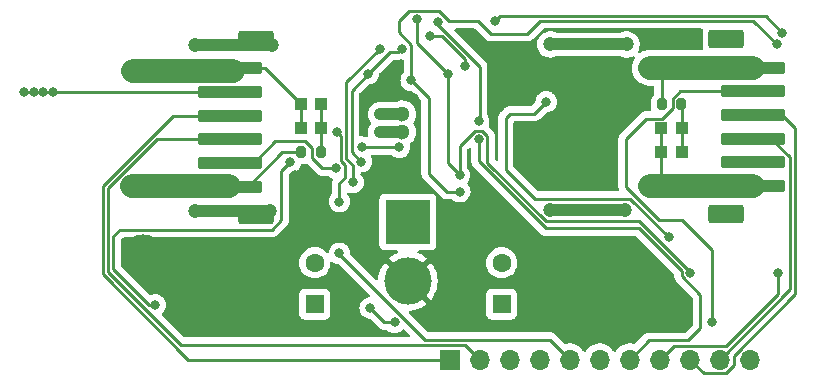
<source format=gtl>
%TF.GenerationSoftware,KiCad,Pcbnew,(6.0.0-0)*%
%TF.CreationDate,2022-03-27T14:29:03+08:00*%
%TF.ProjectId,driver,64726976-6572-42e6-9b69-6361645f7063,rev?*%
%TF.SameCoordinates,Original*%
%TF.FileFunction,Copper,L1,Top*%
%TF.FilePolarity,Positive*%
%FSLAX46Y46*%
G04 Gerber Fmt 4.6, Leading zero omitted, Abs format (unit mm)*
G04 Created by KiCad (PCBNEW (6.0.0-0)) date 2022-03-27 14:29:03*
%MOMM*%
%LPD*%
G01*
G04 APERTURE LIST*
G04 Aperture macros list*
%AMRoundRect*
0 Rectangle with rounded corners*
0 $1 Rounding radius*
0 $2 $3 $4 $5 $6 $7 $8 $9 X,Y pos of 4 corners*
0 Add a 4 corners polygon primitive as box body*
4,1,4,$2,$3,$4,$5,$6,$7,$8,$9,$2,$3,0*
0 Add four circle primitives for the rounded corners*
1,1,$1+$1,$2,$3*
1,1,$1+$1,$4,$5*
1,1,$1+$1,$6,$7*
1,1,$1+$1,$8,$9*
0 Add four rect primitives between the rounded corners*
20,1,$1+$1,$2,$3,$4,$5,0*
20,1,$1+$1,$4,$5,$6,$7,0*
20,1,$1+$1,$6,$7,$8,$9,0*
20,1,$1+$1,$8,$9,$2,$3,0*%
G04 Aperture macros list end*
%TA.AperFunction,SMDPad,CuDef*%
%ADD10R,0.998220X0.998220*%
%TD*%
%TA.AperFunction,SMDPad,CuDef*%
%ADD11RoundRect,0.250000X2.500000X-0.250000X2.500000X0.250000X-2.500000X0.250000X-2.500000X-0.250000X0*%
%TD*%
%TA.AperFunction,SMDPad,CuDef*%
%ADD12RoundRect,0.250000X1.250000X-0.550000X1.250000X0.550000X-1.250000X0.550000X-1.250000X-0.550000X0*%
%TD*%
%TA.AperFunction,SMDPad,CuDef*%
%ADD13RoundRect,0.200000X0.200000X0.275000X-0.200000X0.275000X-0.200000X-0.275000X0.200000X-0.275000X0*%
%TD*%
%TA.AperFunction,SMDPad,CuDef*%
%ADD14RoundRect,0.250000X-2.500000X0.250000X-2.500000X-0.250000X2.500000X-0.250000X2.500000X0.250000X0*%
%TD*%
%TA.AperFunction,SMDPad,CuDef*%
%ADD15RoundRect,0.250000X-1.250000X0.550000X-1.250000X-0.550000X1.250000X-0.550000X1.250000X0.550000X0*%
%TD*%
%TA.AperFunction,ComponentPad*%
%ADD16R,1.700000X1.700000*%
%TD*%
%TA.AperFunction,ComponentPad*%
%ADD17O,1.700000X1.700000*%
%TD*%
%TA.AperFunction,ComponentPad*%
%ADD18R,1.600000X1.600000*%
%TD*%
%TA.AperFunction,ComponentPad*%
%ADD19C,1.600000*%
%TD*%
%TA.AperFunction,ComponentPad*%
%ADD20R,3.800000X3.800000*%
%TD*%
%TA.AperFunction,ComponentPad*%
%ADD21C,4.000000*%
%TD*%
%TA.AperFunction,ViaPad*%
%ADD22C,0.800000*%
%TD*%
%TA.AperFunction,ViaPad*%
%ADD23C,1.300000*%
%TD*%
%TA.AperFunction,ViaPad*%
%ADD24C,1.200000*%
%TD*%
%TA.AperFunction,ViaPad*%
%ADD25C,1.500000*%
%TD*%
%TA.AperFunction,ViaPad*%
%ADD26C,3.500000*%
%TD*%
%TA.AperFunction,Conductor*%
%ADD27C,0.250000*%
%TD*%
%TA.AperFunction,Conductor*%
%ADD28C,1.000000*%
%TD*%
%TA.AperFunction,Conductor*%
%ADD29C,2.000000*%
%TD*%
G04 APERTURE END LIST*
D10*
%TO.P,M2D2,1,K*%
%TO.N,Net-(M2D1-Pad2)*%
X154178000Y-104628200D03*
%TO.P,M2D2,2,A*%
%TO.N,/M2OUTA*%
X152425400Y-104628200D03*
%TD*%
%TO.P,M2D1,1,K*%
%TO.N,/M2OUTA*%
X152425400Y-102596200D03*
%TO.P,M2D1,2,A*%
%TO.N,Net-(M2D1-Pad2)*%
X154178000Y-102596200D03*
%TD*%
%TO.P,M1D1,1,K*%
%TO.N,/M1OUTA*%
X182956700Y-106660200D03*
%TO.P,M1D1,2,A*%
%TO.N,Net-(M1D1-Pad2)*%
X184709300Y-106660200D03*
%TD*%
D11*
%TO.P,M1J1,1,Pin_1*%
%TO.N,/M1OUTA*%
X190700000Y-109495800D03*
%TO.P,M1J1,2,Pin_2*%
%TO.N,GND*%
X190700000Y-107495800D03*
%TO.P,M1J1,3,Pin_3*%
%TO.N,/M1C1*%
X190700000Y-105495800D03*
%TO.P,M1J1,4,Pin_4*%
%TO.N,/M1C2*%
X190700000Y-103495800D03*
%TO.P,M1J1,5,Pin_5*%
%TO.N,+3V3*%
X190700000Y-101495800D03*
%TO.P,M1J1,6,Pin_6*%
%TO.N,/M1OUTB*%
X190700000Y-99495800D03*
D12*
%TO.P,M1J1,MP*%
%TO.N,N/C*%
X188450000Y-97095800D03*
X188450000Y-111895800D03*
%TD*%
D10*
%TO.P,M1D2,1,K*%
%TO.N,Net-(M1D1-Pad2)*%
X184709300Y-104628200D03*
%TO.P,M1D2,2,A*%
%TO.N,/M1OUTA*%
X182956700Y-104628200D03*
%TD*%
D13*
%TO.P,M1R0,1*%
%TO.N,Net-(M1D1-Pad2)*%
X184658000Y-102596200D03*
%TO.P,M1R0,2*%
%TO.N,/M1OUTB*%
X183008000Y-102596200D03*
%TD*%
%TO.P,M2R0,1*%
%TO.N,Net-(M2D1-Pad2)*%
X154126700Y-106660200D03*
%TO.P,M2R0,2*%
%TO.N,/M2OUTB*%
X152476700Y-106660200D03*
%TD*%
D14*
%TO.P,M2J1,1,Pin_1*%
%TO.N,/M2OUTA*%
X146396346Y-99557000D03*
%TO.P,M2J1,2,Pin_2*%
%TO.N,GND*%
X146396346Y-101557000D03*
%TO.P,M2J1,3,Pin_3*%
%TO.N,/M2C1*%
X146396346Y-103557000D03*
%TO.P,M2J1,4,Pin_4*%
%TO.N,/M2C2*%
X146396346Y-105557000D03*
%TO.P,M2J1,5,Pin_5*%
%TO.N,+3V3*%
X146396346Y-107557000D03*
%TO.P,M2J1,6,Pin_6*%
%TO.N,/M2OUTB*%
X146396346Y-109557000D03*
D15*
%TO.P,M2J1,MP*%
X148646346Y-111957000D03*
%TO.N,/M2OUTA*%
X148646346Y-97157000D03*
%TD*%
D16*
%TO.P,J2,1,Pin_1*%
%TO.N,/M2C1*%
X165030200Y-124200000D03*
D17*
%TO.P,J2,2,Pin_2*%
%TO.N,/M2C2*%
X167570200Y-124200000D03*
%TO.P,J2,3,Pin_3*%
%TO.N,/M2INA*%
X170110200Y-124200000D03*
%TO.P,J2,4,Pin_4*%
%TO.N,/M2PWM*%
X172650200Y-124200000D03*
%TO.P,J2,5,Pin_5*%
%TO.N,/M2CS*%
X175190200Y-124200000D03*
%TO.P,J2,6,Pin_6*%
%TO.N,/M1CS*%
X177730200Y-124200000D03*
%TO.P,J2,7,Pin_7*%
%TO.N,/M1PWM*%
X180270200Y-124200000D03*
%TO.P,J2,8,Pin_8*%
%TO.N,/M1INA*%
X182810200Y-124200000D03*
%TO.P,J2,9,Pin_9*%
%TO.N,/M1C2*%
X185350200Y-124200000D03*
%TO.P,J2,10,Pin_10*%
%TO.N,/M1C1*%
X187890200Y-124200000D03*
%TO.P,J2,11,Pin_11*%
%TO.N,+3V3*%
X190430200Y-124200000D03*
%TD*%
D18*
%TO.P,M2CP1,1*%
%TO.N,Net-(M2C3-Pad1)*%
X153609418Y-119508651D03*
D19*
%TO.P,M2CP1,2*%
%TO.N,GND*%
X153609418Y-116008651D03*
%TD*%
D18*
%TO.P,M1CP1,1*%
%TO.N,Net-(M1C3-Pad1)*%
X169431000Y-119508651D03*
D19*
%TO.P,M1CP1,2*%
%TO.N,GND*%
X169431000Y-116008651D03*
%TD*%
D20*
%TO.P,J1,1,Pin_1*%
%TO.N,GND*%
X161497400Y-112562000D03*
D21*
%TO.P,J1,2,Pin_2*%
%TO.N,+12V*%
X161497400Y-117562000D03*
%TD*%
D22*
%TO.N,+12V*%
X167085400Y-96774000D03*
X162026600Y-102057200D03*
%TO.N,/M2CS*%
X155692889Y-110829311D03*
X155702000Y-115214400D03*
%TO.N,/M2CP*%
X140106400Y-119583200D03*
%TO.N,GND*%
X160782000Y-106222800D03*
X157607000Y-106222800D03*
D23*
X161036000Y-104927400D03*
D22*
X159105600Y-104927400D03*
D23*
X161036000Y-103428800D03*
D22*
X159105600Y-103428800D03*
%TO.N,/M2CP*%
X151536400Y-107492800D03*
D24*
%TO.N,/M2OUTB*%
X143504898Y-111602498D03*
X149862063Y-111584263D03*
%TO.N,/M2OUTA*%
X143504898Y-97581698D03*
X149961600Y-97586800D03*
D22*
%TO.N,GND*%
X131411800Y-101557000D03*
X130624400Y-101557000D03*
X129811600Y-101557000D03*
X129006600Y-101549200D03*
X192303400Y-107492800D03*
X191490600Y-107492800D03*
%TO.N,+3V3*%
X187274200Y-121056400D03*
X155422600Y-108000800D03*
D25*
%TO.N,/M2OUTB*%
X139666000Y-109547200D03*
%TO.N,/M1OUTB*%
X185000000Y-99497200D03*
%TO.N,/M2OUTA*%
X138166000Y-99767400D03*
X139666000Y-99767400D03*
%TO.N,/M1OUTB*%
X181975000Y-99497200D03*
D23*
%TO.N,/M1OUTA*%
X181975000Y-109472200D03*
D25*
X185000000Y-109497200D03*
X183487600Y-109495800D03*
%TO.N,/M2OUTB*%
X141166000Y-109547200D03*
%TO.N,/M2OUTA*%
X141166000Y-99767400D03*
%TO.N,/M2OUTB*%
X138166000Y-109547200D03*
%TO.N,/M1OUTB*%
X183487600Y-99495800D03*
D22*
%TO.N,/M2PWM*%
X160375600Y-121056400D03*
X158292800Y-119837200D03*
%TO.N,+3V3*%
X185420000Y-116840000D03*
%TO.N,/M1CS*%
X193201874Y-96534814D03*
%TO.N,/M1INA*%
X192720041Y-97500359D03*
X192836800Y-116840000D03*
%TO.N,/M1CP*%
X173195880Y-102376480D03*
X183564582Y-113863200D03*
%TO.N,/M2INB*%
X159120400Y-97875000D03*
X156845000Y-109194600D03*
%TO.N,/M2CS*%
X155464160Y-104915235D03*
D24*
%TO.N,/M1OUTA*%
X179910565Y-111526400D03*
X173553400Y-111544635D03*
D22*
%TO.N,/M1INA*%
X165885400Y-109990000D03*
X161781099Y-100562899D03*
%TO.N,+3V3*%
X165875400Y-108600000D03*
X164875400Y-100000000D03*
X157565900Y-107442000D03*
X158151400Y-100000000D03*
X160994105Y-97873554D03*
X162259400Y-95399989D03*
%TO.N,/M1INB*%
X166323400Y-99314000D03*
X163377000Y-96824800D03*
%TO.N,/M1PWM*%
X167498040Y-105550235D03*
%TO.N,/M1CS*%
X164086492Y-95635690D03*
X167479635Y-104026235D03*
X168863400Y-95504000D03*
D24*
%TO.N,/M1OUTB*%
X180010102Y-97528937D03*
X173553400Y-97523835D03*
D26*
%TO.N,+12V*%
X139051400Y-115377235D03*
D22*
X171285400Y-100526400D03*
X151900826Y-108567793D03*
D26*
X183875400Y-119800000D03*
%TD*%
D27*
%TO.N,/M1PWM*%
X167498040Y-107432449D02*
X173157461Y-113091870D01*
X173157461Y-113091870D02*
X181061552Y-113091870D01*
X181061552Y-113091870D02*
X184695489Y-116725807D01*
X184695489Y-117140103D02*
X186258200Y-118702814D01*
X184695489Y-116725807D02*
X184695489Y-117140103D01*
X167498040Y-105550235D02*
X167498040Y-107432449D01*
X186258200Y-118702814D02*
X186258200Y-121564400D01*
X186258200Y-121564400D02*
X185246631Y-122575969D01*
X185246631Y-122575969D02*
X181894231Y-122575969D01*
X181894231Y-122575969D02*
X180270200Y-124200000D01*
%TO.N,+3V3*%
X168222551Y-107521243D02*
X168222551Y-105250132D01*
X185420000Y-116814600D02*
X181074546Y-112469146D01*
X173170454Y-112469146D02*
X168222551Y-107521243D01*
X181074546Y-112469146D02*
X173170454Y-112469146D01*
X185420000Y-116840000D02*
X185420000Y-116814600D01*
X168222551Y-105250132D02*
X167798143Y-104825724D01*
X167798143Y-104825724D02*
X167197937Y-104825724D01*
X167197937Y-104825724D02*
X165875400Y-106148261D01*
X165875400Y-106148261D02*
X165875400Y-108600000D01*
%TO.N,/M2CS*%
X155702000Y-115265200D02*
X162948680Y-122511880D01*
X155702000Y-115214400D02*
X155702000Y-115265200D01*
X162948680Y-122511880D02*
X173502080Y-122511880D01*
X173502080Y-122511880D02*
X175190200Y-124200000D01*
X155692889Y-110829311D02*
X155692889Y-109279911D01*
%TO.N,/M2CP*%
X140106400Y-119583200D02*
X139574436Y-119583200D01*
X139574436Y-119583200D02*
X136568120Y-116576884D01*
X136568120Y-116576884D02*
X136568120Y-113774280D01*
X150008039Y-113207800D02*
X150786574Y-112429265D01*
X150786574Y-108242626D02*
X151536400Y-107492800D01*
X136568120Y-113774280D02*
X137134600Y-113207800D01*
X137134600Y-113207800D02*
X150008039Y-113207800D01*
X150786574Y-112429265D02*
X150786574Y-108242626D01*
%TO.N,/M2C2*%
X146396346Y-105557000D02*
X140283046Y-105557000D01*
X140283046Y-105557000D02*
X136118600Y-109721446D01*
X136118600Y-109721446D02*
X136118600Y-116763082D01*
X136118600Y-116763082D02*
X142316918Y-122961400D01*
X142316918Y-122961400D02*
X166331600Y-122961400D01*
X166331600Y-122961400D02*
X167570200Y-124200000D01*
%TO.N,/M2C1*%
X146396346Y-103557000D02*
X141647328Y-103557000D01*
X135669080Y-109535249D02*
X135669080Y-116949280D01*
X141647328Y-103557000D02*
X135669080Y-109535249D01*
X135669080Y-116949280D02*
X142919800Y-124200000D01*
X142919800Y-124200000D02*
X165030200Y-124200000D01*
%TO.N,GND*%
X157607000Y-106222800D02*
X160782000Y-106222800D01*
%TO.N,+3V3*%
X157565900Y-107442000D02*
X156728040Y-106604140D01*
X156728040Y-106604140D02*
X156728040Y-101427692D01*
X156728040Y-101427692D02*
X158153566Y-100002166D01*
%TO.N,/M2INB*%
X156845000Y-109194600D02*
X156845000Y-107762868D01*
X156278520Y-100716880D02*
X159120400Y-97875000D01*
X156845000Y-107762868D02*
X156278520Y-107196388D01*
X156278520Y-107196388D02*
X156278520Y-100716880D01*
%TO.N,/M2CS*%
X156147111Y-107700697D02*
X155829000Y-107382586D01*
X155829000Y-105280075D02*
X155464160Y-104915235D01*
X155829000Y-107382586D02*
X155829000Y-105280075D01*
X155692889Y-109279911D02*
X156147111Y-108825689D01*
X156147111Y-108825689D02*
X156147111Y-107700697D01*
D28*
%TO.N,GND*%
X161036000Y-104927400D02*
X159105600Y-104927400D01*
X161036000Y-103428800D02*
X159105600Y-103428800D01*
%TO.N,/M2OUTB*%
X149862063Y-111584263D02*
X143523133Y-111584263D01*
%TO.N,/M2OUTA*%
X143510000Y-97586800D02*
X149961600Y-97586800D01*
D27*
%TO.N,GND*%
X131411800Y-101557000D02*
X130624400Y-101557000D01*
X130624400Y-101557000D02*
X129811600Y-101557000D01*
X129811600Y-101557000D02*
X129014400Y-101557000D01*
X129014400Y-101557000D02*
X129006600Y-101549200D01*
X146396346Y-101557000D02*
X131411800Y-101557000D01*
%TO.N,+3V3*%
X187274200Y-121056400D02*
X187248800Y-121031000D01*
X184708800Y-112420400D02*
X182757499Y-112420400D01*
X187248800Y-121031000D02*
X187248800Y-114960400D01*
X179959000Y-109621901D02*
X179959000Y-105529569D01*
X187248800Y-114960400D02*
X184708800Y-112420400D01*
X182757499Y-112420400D02*
X179959000Y-109621901D01*
X179959000Y-105529569D02*
X181683990Y-103804579D01*
X183032400Y-103804579D02*
X183933480Y-102903499D01*
X181683990Y-103804579D02*
X183032400Y-103804579D01*
X183933480Y-102903499D02*
X183933480Y-102103937D01*
X183933480Y-102103937D02*
X184541617Y-101495800D01*
X184541617Y-101495800D02*
X190700000Y-101495800D01*
X155422600Y-108000800D02*
X154250517Y-108000800D01*
X153402180Y-106310580D02*
X152820979Y-105729379D01*
X153402180Y-107152463D02*
X153402180Y-106310580D01*
X154250517Y-108000800D02*
X153402180Y-107152463D01*
X152820979Y-105729379D02*
X150277221Y-105729379D01*
X150277221Y-105729379D02*
X148449600Y-107557000D01*
X148449600Y-107557000D02*
X146396346Y-107557000D01*
%TO.N,/M2OUTA*%
X152425400Y-104628200D02*
X152425400Y-102596200D01*
X152425400Y-102596200D02*
X149386200Y-99557000D01*
X149386200Y-99557000D02*
X146396346Y-99557000D01*
%TO.N,Net-(M1D1-Pad2)*%
X184681360Y-102596200D02*
X184681360Y-104600260D01*
X184709300Y-104628200D02*
X184709300Y-106660200D01*
%TO.N,/M1OUTB*%
X182984640Y-99998760D02*
X183487600Y-99495800D01*
%TO.N,/M1OUTA*%
X182956700Y-109022900D02*
X183406000Y-109472200D01*
%TO.N,Net-(M2D1-Pad2)*%
X154178000Y-102596200D02*
X154178000Y-104628200D01*
%TO.N,/M2OUTB*%
X150855639Y-106660200D02*
X147958839Y-109557000D01*
X152152140Y-106660200D02*
X150855639Y-106660200D01*
%TO.N,/M1OUTB*%
X182984640Y-102596200D02*
X182984640Y-99998760D01*
D29*
%TO.N,/M1OUTA*%
X181975000Y-109472200D02*
X183406000Y-109472200D01*
X183406000Y-109472200D02*
X190676400Y-109472200D01*
%TO.N,/M1OUTB*%
X181975000Y-99497200D02*
X190698600Y-99497200D01*
D27*
%TO.N,/M1OUTA*%
X182956700Y-104628200D02*
X182956700Y-106660200D01*
%TO.N,Net-(M2D1-Pad2)*%
X154178000Y-104628200D02*
X154178000Y-106632260D01*
D29*
%TO.N,/M2OUTB*%
X138166000Y-109547200D02*
X146386546Y-109547200D01*
%TO.N,/M2OUTA*%
X138200800Y-99802200D02*
X146658108Y-99802200D01*
D27*
%TO.N,/M1OUTA*%
X182956700Y-106660200D02*
X182956700Y-109022900D01*
%TO.N,/M2PWM*%
X158292800Y-119837200D02*
X159512000Y-121056400D01*
X159512000Y-121056400D02*
X160375600Y-121056400D01*
%TO.N,/M1CS*%
X168863400Y-95504000D02*
X169286920Y-95080480D01*
X169286920Y-95080480D02*
X191778280Y-95080480D01*
X191778280Y-95080480D02*
X193201874Y-96534814D01*
%TO.N,/M1INA*%
X192720041Y-97500359D02*
X190749682Y-95530000D01*
X188417041Y-123037441D02*
X192836800Y-118617682D01*
X192836800Y-118617682D02*
X192836800Y-116840000D01*
X182810200Y-124200000D02*
X183984711Y-123025489D01*
X188405089Y-123025489D02*
X188417041Y-123037441D01*
X183984711Y-123025489D02*
X188405089Y-123025489D01*
%TO.N,/M1C2*%
X194302320Y-104640320D02*
X194302320Y-118666870D01*
X189103000Y-124665280D02*
X188393769Y-125374511D01*
X186524711Y-125374511D02*
X185350200Y-124200000D01*
X189103000Y-123866190D02*
X189103000Y-124665280D01*
X193157800Y-103495800D02*
X194302320Y-104640320D01*
X190700000Y-103495800D02*
X193157800Y-103495800D01*
X188393769Y-125374511D02*
X186524711Y-125374511D01*
X194302320Y-118666870D02*
X189103000Y-123866190D01*
%TO.N,/M1C1*%
X190700000Y-105495800D02*
X192262493Y-105495800D01*
X192262493Y-105495800D02*
X193852800Y-107086107D01*
X193852800Y-118237400D02*
X187890200Y-124200000D01*
X193852800Y-107086107D02*
X193852800Y-118237400D01*
%TO.N,/M1CP*%
X169792379Y-108116979D02*
X172277289Y-110601889D01*
X180303271Y-110601889D02*
X183564582Y-113863200D01*
X170133400Y-103378000D02*
X169792379Y-103719021D01*
X173195880Y-102376480D02*
X172194360Y-103378000D01*
X172277289Y-110601889D02*
X180303271Y-110601889D01*
X172194360Y-103378000D02*
X170133400Y-103378000D01*
X169792379Y-103719021D02*
X169792379Y-108116979D01*
D28*
%TO.N,/M1OUTA*%
X179910565Y-111526400D02*
X173571635Y-111526400D01*
D27*
X173553400Y-111544635D02*
X173571635Y-111526400D01*
%TO.N,/M1INA*%
X164775400Y-109990000D02*
X165885400Y-109990000D01*
X161781099Y-97541417D02*
X161781099Y-100562899D01*
X160735400Y-96495718D02*
X161781099Y-97541417D01*
X160735400Y-95504000D02*
X160735400Y-96495718D01*
X190749682Y-95530000D02*
X172698200Y-95530000D01*
X172698200Y-95530000D02*
X171606600Y-96621600D01*
X163275400Y-102057200D02*
X163275400Y-108490000D01*
X161781099Y-100562899D02*
X163275400Y-102057200D01*
X171606600Y-96621600D02*
X168507800Y-96621600D01*
X164150889Y-94675489D02*
X161563911Y-94675489D01*
X168507800Y-96621600D02*
X167416200Y-95530000D01*
X167416200Y-95530000D02*
X165005400Y-95530000D01*
X161563911Y-94675489D02*
X160735400Y-95504000D01*
X165005400Y-95530000D02*
X164150889Y-94675489D01*
X163275400Y-108490000D02*
X164775400Y-109990000D01*
%TO.N,+3V3*%
X160994105Y-97873554D02*
X160689659Y-98178000D01*
X160689659Y-98178000D02*
X159973400Y-98178000D01*
X164875400Y-100000000D02*
X164875400Y-107600000D01*
X164875400Y-107600000D02*
X165875400Y-108600000D01*
X162259400Y-97384000D02*
X164875400Y-100000000D01*
X159973400Y-98178000D02*
X158151400Y-100000000D01*
X162259400Y-95399989D02*
X162259400Y-97384000D01*
%TO.N,/M1INB*%
X166323400Y-98759103D02*
X166323400Y-99314000D01*
X164389097Y-96824800D02*
X166323400Y-98759103D01*
X163377000Y-96824800D02*
X164389097Y-96824800D01*
%TO.N,/M1CS*%
X167593400Y-103912470D02*
X167479635Y-104026235D01*
X167593400Y-99393385D02*
X167593400Y-103912470D01*
X164086492Y-95635690D02*
X164086492Y-95886478D01*
X164086492Y-95886478D02*
X167593400Y-99393385D01*
D28*
%TO.N,/M1OUTB*%
X173558502Y-97528937D02*
X180010102Y-97528937D01*
D27*
X173553400Y-97523835D02*
X173558502Y-97528937D01*
%TD*%
%TA.AperFunction,Conductor*%
%TO.N,+12V*%
G36*
X161089720Y-98802056D02*
G01*
X161136213Y-98855712D01*
X161147599Y-98908054D01*
X161147599Y-99860375D01*
X161127597Y-99928496D01*
X161115241Y-99944678D01*
X161042059Y-100025955D01*
X161038758Y-100031673D01*
X160950716Y-100184166D01*
X160946572Y-100191343D01*
X160887557Y-100372971D01*
X160886867Y-100379532D01*
X160886867Y-100379534D01*
X160879933Y-100445507D01*
X160867595Y-100562899D01*
X160868285Y-100569464D01*
X160885981Y-100737828D01*
X160887557Y-100752827D01*
X160946572Y-100934455D01*
X161042059Y-101099843D01*
X161046477Y-101104750D01*
X161046478Y-101104751D01*
X161145037Y-101214212D01*
X161169846Y-101241765D01*
X161324347Y-101354017D01*
X161330375Y-101356701D01*
X161330377Y-101356702D01*
X161492780Y-101429008D01*
X161498811Y-101431693D01*
X161592211Y-101451546D01*
X161679155Y-101470027D01*
X161679160Y-101470027D01*
X161685612Y-101471399D01*
X161741504Y-101471399D01*
X161809625Y-101491401D01*
X161830600Y-101508304D01*
X162604996Y-102282701D01*
X162639021Y-102345013D01*
X162641900Y-102371796D01*
X162641900Y-108411233D01*
X162641373Y-108422416D01*
X162639698Y-108429909D01*
X162639947Y-108437835D01*
X162639947Y-108437836D01*
X162641838Y-108497986D01*
X162641900Y-108501945D01*
X162641900Y-108529856D01*
X162642397Y-108533790D01*
X162642397Y-108533791D01*
X162642405Y-108533856D01*
X162643338Y-108545693D01*
X162644727Y-108589889D01*
X162649572Y-108606565D01*
X162650378Y-108609339D01*
X162654387Y-108628700D01*
X162655597Y-108638274D01*
X162656926Y-108648797D01*
X162659845Y-108656168D01*
X162659845Y-108656170D01*
X162673204Y-108689912D01*
X162677049Y-108701142D01*
X162689382Y-108743593D01*
X162693415Y-108750412D01*
X162693417Y-108750417D01*
X162699693Y-108761028D01*
X162708388Y-108778776D01*
X162715848Y-108797617D01*
X162720510Y-108804033D01*
X162720510Y-108804034D01*
X162741836Y-108833387D01*
X162748352Y-108843307D01*
X162760757Y-108864282D01*
X162770858Y-108881362D01*
X162785179Y-108895683D01*
X162798019Y-108910716D01*
X162809928Y-108927107D01*
X162816034Y-108932158D01*
X162844005Y-108955298D01*
X162852784Y-108963288D01*
X164271743Y-110382247D01*
X164279287Y-110390537D01*
X164283400Y-110397018D01*
X164289177Y-110402443D01*
X164333067Y-110443658D01*
X164335909Y-110446413D01*
X164355630Y-110466134D01*
X164358825Y-110468612D01*
X164367847Y-110476318D01*
X164400079Y-110506586D01*
X164407028Y-110510406D01*
X164417832Y-110516346D01*
X164434356Y-110527199D01*
X164450359Y-110539613D01*
X164490943Y-110557176D01*
X164501573Y-110562383D01*
X164540340Y-110583695D01*
X164548017Y-110585666D01*
X164548022Y-110585668D01*
X164559958Y-110588732D01*
X164578666Y-110595137D01*
X164597255Y-110603181D01*
X164605080Y-110604420D01*
X164605082Y-110604421D01*
X164640919Y-110610097D01*
X164652540Y-110612504D01*
X164687689Y-110621528D01*
X164695370Y-110623500D01*
X164715631Y-110623500D01*
X164735340Y-110625051D01*
X164755343Y-110628219D01*
X164763235Y-110627473D01*
X164768462Y-110626979D01*
X164799354Y-110624059D01*
X164811211Y-110623500D01*
X165177200Y-110623500D01*
X165245321Y-110643502D01*
X165264547Y-110659843D01*
X165264820Y-110659540D01*
X165269732Y-110663963D01*
X165274147Y-110668866D01*
X165428648Y-110781118D01*
X165434676Y-110783802D01*
X165434678Y-110783803D01*
X165551637Y-110835876D01*
X165603112Y-110858794D01*
X165696513Y-110878647D01*
X165783456Y-110897128D01*
X165783461Y-110897128D01*
X165789913Y-110898500D01*
X165980887Y-110898500D01*
X165987339Y-110897128D01*
X165987344Y-110897128D01*
X166074288Y-110878647D01*
X166167688Y-110858794D01*
X166219163Y-110835876D01*
X166336122Y-110783803D01*
X166336124Y-110783802D01*
X166342152Y-110781118D01*
X166496653Y-110668866D01*
X166533252Y-110628219D01*
X166620021Y-110531852D01*
X166620022Y-110531851D01*
X166624440Y-110526944D01*
X166699453Y-110397018D01*
X166716623Y-110367279D01*
X166716624Y-110367278D01*
X166719927Y-110361556D01*
X166778942Y-110179928D01*
X166781100Y-110159402D01*
X166798214Y-109996565D01*
X166798904Y-109990000D01*
X166785945Y-109866702D01*
X166779632Y-109806635D01*
X166779632Y-109806633D01*
X166778942Y-109800072D01*
X166719927Y-109618444D01*
X166624440Y-109453056D01*
X166553039Y-109373757D01*
X166522321Y-109309750D01*
X166531086Y-109239296D01*
X166553039Y-109205137D01*
X166610021Y-109141852D01*
X166610022Y-109141851D01*
X166614440Y-109136944D01*
X166688065Y-109009422D01*
X166706623Y-108977279D01*
X166706624Y-108977278D01*
X166709927Y-108971556D01*
X166768942Y-108789928D01*
X166771083Y-108769563D01*
X166788214Y-108606565D01*
X166788904Y-108600000D01*
X166785538Y-108567974D01*
X166769632Y-108416635D01*
X166769632Y-108416633D01*
X166768942Y-108410072D01*
X166709927Y-108228444D01*
X166614440Y-108063056D01*
X166541263Y-107981785D01*
X166510547Y-107917779D01*
X166508900Y-107897476D01*
X166508900Y-106462855D01*
X166528902Y-106394734D01*
X166545805Y-106373760D01*
X166649445Y-106270120D01*
X166711757Y-106236094D01*
X166782572Y-106241159D01*
X166839408Y-106283706D01*
X166864219Y-106350226D01*
X166864540Y-106359215D01*
X166864540Y-107353682D01*
X166864013Y-107364865D01*
X166862338Y-107372358D01*
X166862587Y-107380284D01*
X166862587Y-107380285D01*
X166864478Y-107440435D01*
X166864540Y-107444394D01*
X166864540Y-107472305D01*
X166865037Y-107476239D01*
X166865037Y-107476240D01*
X166865045Y-107476305D01*
X166865978Y-107488142D01*
X166867367Y-107532338D01*
X166871870Y-107547836D01*
X166873018Y-107551788D01*
X166877027Y-107571149D01*
X166879566Y-107591246D01*
X166882485Y-107598617D01*
X166882485Y-107598619D01*
X166895844Y-107632361D01*
X166899689Y-107643591D01*
X166907988Y-107672158D01*
X166912022Y-107686042D01*
X166916055Y-107692861D01*
X166916057Y-107692866D01*
X166922333Y-107703477D01*
X166931028Y-107721225D01*
X166938488Y-107740066D01*
X166943150Y-107746482D01*
X166943150Y-107746483D01*
X166964476Y-107775836D01*
X166970992Y-107785756D01*
X166993498Y-107823811D01*
X167007819Y-107838132D01*
X167020659Y-107853165D01*
X167032568Y-107869556D01*
X167055814Y-107888787D01*
X167066645Y-107897747D01*
X167075424Y-107905737D01*
X172653809Y-113484123D01*
X172661349Y-113492409D01*
X172665461Y-113498888D01*
X172671238Y-113504313D01*
X172715112Y-113545513D01*
X172717954Y-113548268D01*
X172737691Y-113568005D01*
X172740888Y-113570485D01*
X172749908Y-113578188D01*
X172782140Y-113608456D01*
X172789086Y-113612275D01*
X172789089Y-113612277D01*
X172799895Y-113618218D01*
X172816414Y-113629069D01*
X172832420Y-113641484D01*
X172839689Y-113644629D01*
X172839693Y-113644632D01*
X172872998Y-113659044D01*
X172883648Y-113664261D01*
X172922401Y-113685565D01*
X172930076Y-113687536D01*
X172930077Y-113687536D01*
X172942023Y-113690603D01*
X172960728Y-113697007D01*
X172979316Y-113705051D01*
X172987139Y-113706290D01*
X172987149Y-113706293D01*
X173022985Y-113711969D01*
X173034605Y-113714375D01*
X173069750Y-113723398D01*
X173077431Y-113725370D01*
X173097685Y-113725370D01*
X173117395Y-113726921D01*
X173137404Y-113730090D01*
X173145296Y-113729344D01*
X173181422Y-113725929D01*
X173193280Y-113725370D01*
X180746958Y-113725370D01*
X180815079Y-113745372D01*
X180836053Y-113762275D01*
X184025084Y-116951307D01*
X184059110Y-117013619D01*
X184061989Y-117040402D01*
X184061989Y-117061336D01*
X184061462Y-117072519D01*
X184059787Y-117080012D01*
X184060036Y-117087938D01*
X184060036Y-117087939D01*
X184061927Y-117148089D01*
X184061989Y-117152048D01*
X184061989Y-117179959D01*
X184062486Y-117183893D01*
X184062486Y-117183894D01*
X184062494Y-117183959D01*
X184063427Y-117195796D01*
X184064816Y-117239992D01*
X184070467Y-117259442D01*
X184074476Y-117278803D01*
X184077015Y-117298900D01*
X184079934Y-117306271D01*
X184079934Y-117306273D01*
X184093293Y-117340015D01*
X184097138Y-117351245D01*
X184107260Y-117386086D01*
X184109471Y-117393696D01*
X184113504Y-117400515D01*
X184113506Y-117400520D01*
X184119782Y-117411131D01*
X184128477Y-117428879D01*
X184135937Y-117447720D01*
X184140599Y-117454136D01*
X184140599Y-117454137D01*
X184161925Y-117483490D01*
X184168441Y-117493410D01*
X184183496Y-117518866D01*
X184190947Y-117531465D01*
X184205268Y-117545786D01*
X184218108Y-117560819D01*
X184230017Y-117577210D01*
X184236123Y-117582261D01*
X184264094Y-117605401D01*
X184272873Y-117613391D01*
X185587795Y-118928314D01*
X185621821Y-118990626D01*
X185624700Y-119017409D01*
X185624700Y-121249805D01*
X185604698Y-121317926D01*
X185587795Y-121338901D01*
X185021130Y-121905565D01*
X184958818Y-121939590D01*
X184932035Y-121942469D01*
X181972999Y-121942469D01*
X181961816Y-121941942D01*
X181954323Y-121940267D01*
X181946397Y-121940516D01*
X181946396Y-121940516D01*
X181886233Y-121942407D01*
X181882275Y-121942469D01*
X181854375Y-121942469D01*
X181850385Y-121942973D01*
X181838551Y-121943905D01*
X181794342Y-121945295D01*
X181786726Y-121947508D01*
X181786724Y-121947508D01*
X181774883Y-121950948D01*
X181755524Y-121954957D01*
X181754214Y-121955123D01*
X181735434Y-121957495D01*
X181728068Y-121960411D01*
X181728062Y-121960413D01*
X181694329Y-121973769D01*
X181683099Y-121977614D01*
X181648248Y-121987739D01*
X181640638Y-121989950D01*
X181633815Y-121993985D01*
X181623197Y-122000264D01*
X181605444Y-122008961D01*
X181597799Y-122011988D01*
X181586614Y-122016417D01*
X181580199Y-122021078D01*
X181550843Y-122042406D01*
X181540926Y-122048920D01*
X181502869Y-122071427D01*
X181488548Y-122085748D01*
X181473515Y-122098588D01*
X181457124Y-122110497D01*
X181452074Y-122116601D01*
X181452069Y-122116606D01*
X181428938Y-122144567D01*
X181420948Y-122153348D01*
X180727544Y-122846751D01*
X180665232Y-122880776D01*
X180616353Y-122881702D01*
X180403573Y-122843800D01*
X180403567Y-122843799D01*
X180398484Y-122842894D01*
X180324652Y-122841992D01*
X180180281Y-122840228D01*
X180180279Y-122840228D01*
X180175111Y-122840165D01*
X179954291Y-122873955D01*
X179741956Y-122943357D01*
X179543807Y-123046507D01*
X179539674Y-123049610D01*
X179539671Y-123049612D01*
X179369300Y-123177530D01*
X179365165Y-123180635D01*
X179210829Y-123342138D01*
X179103401Y-123499621D01*
X179048493Y-123544621D01*
X178977968Y-123552792D01*
X178914221Y-123521538D01*
X178893524Y-123497054D01*
X178813022Y-123372617D01*
X178813020Y-123372614D01*
X178810214Y-123368277D01*
X178659870Y-123203051D01*
X178655819Y-123199852D01*
X178655815Y-123199848D01*
X178488614Y-123067800D01*
X178488610Y-123067798D01*
X178484559Y-123064598D01*
X178480031Y-123062098D01*
X178432336Y-123035769D01*
X178288989Y-122956638D01*
X178284120Y-122954914D01*
X178284116Y-122954912D01*
X178083287Y-122883795D01*
X178083283Y-122883794D01*
X178078412Y-122882069D01*
X178073319Y-122881162D01*
X178073316Y-122881161D01*
X177863573Y-122843800D01*
X177863567Y-122843799D01*
X177858484Y-122842894D01*
X177784652Y-122841992D01*
X177640281Y-122840228D01*
X177640279Y-122840228D01*
X177635111Y-122840165D01*
X177414291Y-122873955D01*
X177201956Y-122943357D01*
X177003807Y-123046507D01*
X176999674Y-123049610D01*
X176999671Y-123049612D01*
X176829300Y-123177530D01*
X176825165Y-123180635D01*
X176670829Y-123342138D01*
X176563401Y-123499621D01*
X176508493Y-123544621D01*
X176437968Y-123552792D01*
X176374221Y-123521538D01*
X176353524Y-123497054D01*
X176273022Y-123372617D01*
X176273020Y-123372614D01*
X176270214Y-123368277D01*
X176119870Y-123203051D01*
X176115819Y-123199852D01*
X176115815Y-123199848D01*
X175948614Y-123067800D01*
X175948610Y-123067798D01*
X175944559Y-123064598D01*
X175940031Y-123062098D01*
X175892336Y-123035769D01*
X175748989Y-122956638D01*
X175744120Y-122954914D01*
X175744116Y-122954912D01*
X175543287Y-122883795D01*
X175543283Y-122883794D01*
X175538412Y-122882069D01*
X175533319Y-122881162D01*
X175533316Y-122881161D01*
X175323573Y-122843800D01*
X175323567Y-122843799D01*
X175318484Y-122842894D01*
X175244652Y-122841992D01*
X175100281Y-122840228D01*
X175100279Y-122840228D01*
X175095111Y-122840165D01*
X174874291Y-122873955D01*
X174861732Y-122878060D01*
X174790768Y-122880210D01*
X174733494Y-122847389D01*
X174005732Y-122119627D01*
X173998192Y-122111341D01*
X173994080Y-122104862D01*
X173973726Y-122085748D01*
X173944429Y-122058237D01*
X173941587Y-122055482D01*
X173921850Y-122035745D01*
X173918653Y-122033265D01*
X173909631Y-122025560D01*
X173888068Y-122005311D01*
X173877401Y-121995294D01*
X173870455Y-121991475D01*
X173870452Y-121991473D01*
X173859646Y-121985532D01*
X173843127Y-121974681D01*
X173839612Y-121971955D01*
X173827121Y-121962266D01*
X173819852Y-121959121D01*
X173819848Y-121959118D01*
X173786543Y-121944706D01*
X173775893Y-121939489D01*
X173737140Y-121918185D01*
X173717517Y-121913147D01*
X173698814Y-121906743D01*
X173687500Y-121901847D01*
X173687499Y-121901847D01*
X173680225Y-121898699D01*
X173672402Y-121897460D01*
X173672392Y-121897457D01*
X173636556Y-121891781D01*
X173624936Y-121889375D01*
X173589791Y-121880352D01*
X173589790Y-121880352D01*
X173582110Y-121878380D01*
X173561856Y-121878380D01*
X173542145Y-121876829D01*
X173529966Y-121874900D01*
X173522137Y-121873660D01*
X173514245Y-121874406D01*
X173478119Y-121877821D01*
X173466261Y-121878380D01*
X163263274Y-121878380D01*
X163195153Y-121858378D01*
X163174179Y-121841475D01*
X161689489Y-120356785D01*
X168122500Y-120356785D01*
X168129255Y-120418967D01*
X168180385Y-120555356D01*
X168267739Y-120671912D01*
X168384295Y-120759266D01*
X168520684Y-120810396D01*
X168582866Y-120817151D01*
X170279134Y-120817151D01*
X170341316Y-120810396D01*
X170477705Y-120759266D01*
X170594261Y-120671912D01*
X170681615Y-120555356D01*
X170732745Y-120418967D01*
X170739500Y-120356785D01*
X170739500Y-118660517D01*
X170732745Y-118598335D01*
X170681615Y-118461946D01*
X170594261Y-118345390D01*
X170477705Y-118258036D01*
X170341316Y-118206906D01*
X170279134Y-118200151D01*
X168582866Y-118200151D01*
X168520684Y-118206906D01*
X168384295Y-118258036D01*
X168267739Y-118345390D01*
X168180385Y-118461946D01*
X168129255Y-118598335D01*
X168122500Y-118660517D01*
X168122500Y-120356785D01*
X161689489Y-120356785D01*
X161612889Y-120280185D01*
X161578863Y-120217873D01*
X161583928Y-120147058D01*
X161626475Y-120090222D01*
X161686192Y-120066084D01*
X161964350Y-120030945D01*
X161972121Y-120029462D01*
X162270104Y-119952953D01*
X162277630Y-119950508D01*
X162563693Y-119837247D01*
X162570828Y-119833890D01*
X162840439Y-119685670D01*
X162847119Y-119681430D01*
X163070223Y-119519336D01*
X163078646Y-119508413D01*
X163071742Y-119495552D01*
X161139322Y-117563132D01*
X161861808Y-117563132D01*
X161861939Y-117564965D01*
X161866190Y-117571580D01*
X163428545Y-119133935D01*
X163441807Y-119141177D01*
X163451912Y-119133988D01*
X163527905Y-119042129D01*
X163532549Y-119035736D01*
X163697399Y-118775974D01*
X163701211Y-118769041D01*
X163832201Y-118490672D01*
X163835116Y-118483309D01*
X163930183Y-118190723D01*
X163932154Y-118183046D01*
X163989800Y-117880855D01*
X163990793Y-117872994D01*
X164010110Y-117565958D01*
X164010110Y-117558042D01*
X163990793Y-117251006D01*
X163989800Y-117243145D01*
X163932154Y-116940954D01*
X163930183Y-116933277D01*
X163835116Y-116640691D01*
X163832201Y-116633328D01*
X163701211Y-116354959D01*
X163697399Y-116348026D01*
X163532549Y-116088264D01*
X163527905Y-116081871D01*
X163467332Y-116008651D01*
X168117502Y-116008651D01*
X168137457Y-116236738D01*
X168138881Y-116242051D01*
X168138881Y-116242053D01*
X168168177Y-116351384D01*
X168196716Y-116457894D01*
X168199039Y-116462875D01*
X168199039Y-116462876D01*
X168291151Y-116660413D01*
X168291154Y-116660418D01*
X168293477Y-116665400D01*
X168296634Y-116669908D01*
X168415734Y-116840000D01*
X168424802Y-116852951D01*
X168586700Y-117014849D01*
X168591208Y-117018006D01*
X168591211Y-117018008D01*
X168598862Y-117023365D01*
X168774251Y-117146174D01*
X168779233Y-117148497D01*
X168779238Y-117148500D01*
X168976775Y-117240612D01*
X168981757Y-117242935D01*
X168987065Y-117244357D01*
X168987067Y-117244358D01*
X169197598Y-117300770D01*
X169197600Y-117300770D01*
X169202913Y-117302194D01*
X169431000Y-117322149D01*
X169659087Y-117302194D01*
X169664400Y-117300770D01*
X169664402Y-117300770D01*
X169874933Y-117244358D01*
X169874935Y-117244357D01*
X169880243Y-117242935D01*
X169885225Y-117240612D01*
X170082762Y-117148500D01*
X170082767Y-117148497D01*
X170087749Y-117146174D01*
X170263138Y-117023365D01*
X170270789Y-117018008D01*
X170270792Y-117018006D01*
X170275300Y-117014849D01*
X170437198Y-116852951D01*
X170446267Y-116840000D01*
X170565366Y-116669908D01*
X170568523Y-116665400D01*
X170570846Y-116660418D01*
X170570849Y-116660413D01*
X170662961Y-116462876D01*
X170662961Y-116462875D01*
X170665284Y-116457894D01*
X170693824Y-116351384D01*
X170723119Y-116242053D01*
X170723119Y-116242051D01*
X170724543Y-116236738D01*
X170744498Y-116008651D01*
X170724543Y-115780564D01*
X170723119Y-115775249D01*
X170666707Y-115564718D01*
X170666706Y-115564716D01*
X170665284Y-115559408D01*
X170608825Y-115438330D01*
X170570849Y-115356889D01*
X170570846Y-115356884D01*
X170568523Y-115351902D01*
X170442429Y-115171821D01*
X170440357Y-115168862D01*
X170440355Y-115168859D01*
X170437198Y-115164351D01*
X170275300Y-115002453D01*
X170270792Y-114999296D01*
X170270789Y-114999294D01*
X170146998Y-114912615D01*
X170087749Y-114871128D01*
X170082767Y-114868805D01*
X170082762Y-114868802D01*
X169885225Y-114776690D01*
X169885224Y-114776690D01*
X169880243Y-114774367D01*
X169874935Y-114772945D01*
X169874933Y-114772944D01*
X169664402Y-114716532D01*
X169664400Y-114716532D01*
X169659087Y-114715108D01*
X169431000Y-114695153D01*
X169202913Y-114715108D01*
X169197600Y-114716532D01*
X169197598Y-114716532D01*
X168987067Y-114772944D01*
X168987065Y-114772945D01*
X168981757Y-114774367D01*
X168976776Y-114776690D01*
X168976775Y-114776690D01*
X168779238Y-114868802D01*
X168779233Y-114868805D01*
X168774251Y-114871128D01*
X168715002Y-114912615D01*
X168591211Y-114999294D01*
X168591208Y-114999296D01*
X168586700Y-115002453D01*
X168424802Y-115164351D01*
X168421645Y-115168859D01*
X168421643Y-115168862D01*
X168419571Y-115171821D01*
X168293477Y-115351902D01*
X168291154Y-115356884D01*
X168291151Y-115356889D01*
X168253175Y-115438330D01*
X168196716Y-115559408D01*
X168195294Y-115564716D01*
X168195293Y-115564718D01*
X168138881Y-115775249D01*
X168137457Y-115780564D01*
X168117502Y-116008651D01*
X163467332Y-116008651D01*
X163452903Y-115991210D01*
X163440386Y-115982755D01*
X163429648Y-115988962D01*
X161869422Y-117549188D01*
X161861808Y-117563132D01*
X161139322Y-117563132D01*
X159566255Y-115990065D01*
X159552993Y-115982823D01*
X159542888Y-115990012D01*
X159466895Y-116081871D01*
X159462251Y-116088264D01*
X159297401Y-116348026D01*
X159293589Y-116354959D01*
X159162599Y-116633328D01*
X159159684Y-116640691D01*
X159064617Y-116933277D01*
X159062646Y-116940954D01*
X159005000Y-117243145D01*
X159004007Y-117251005D01*
X158996651Y-117367917D01*
X158972411Y-117434647D01*
X158915942Y-117477679D01*
X158845172Y-117483350D01*
X158781805Y-117449100D01*
X156651496Y-115318791D01*
X156617470Y-115256479D01*
X156615883Y-115227570D01*
X156614814Y-115227570D01*
X156614814Y-115220965D01*
X156615504Y-115214400D01*
X156607554Y-115138756D01*
X156596232Y-115031035D01*
X156596232Y-115031033D01*
X156595542Y-115024472D01*
X156536527Y-114842844D01*
X156526376Y-114825261D01*
X156482499Y-114749265D01*
X156441040Y-114677456D01*
X156418825Y-114652783D01*
X156317675Y-114540445D01*
X156317674Y-114540444D01*
X156313253Y-114535534D01*
X156278293Y-114510134D01*
X159088900Y-114510134D01*
X159095655Y-114572316D01*
X159146785Y-114708705D01*
X159234139Y-114825261D01*
X159350695Y-114912615D01*
X159487084Y-114963745D01*
X159549266Y-114970500D01*
X160569354Y-114970500D01*
X160637475Y-114990502D01*
X160683968Y-115044158D01*
X160694072Y-115114432D01*
X160664578Y-115179012D01*
X160615738Y-115213652D01*
X160431107Y-115286753D01*
X160423972Y-115290110D01*
X160154361Y-115438330D01*
X160147681Y-115442570D01*
X159924577Y-115604664D01*
X159916154Y-115615587D01*
X159923058Y-115628448D01*
X161484588Y-117189978D01*
X161498532Y-117197592D01*
X161500365Y-117197461D01*
X161506980Y-117193210D01*
X163072066Y-115628124D01*
X163078679Y-115616013D01*
X163069852Y-115604395D01*
X162847119Y-115442570D01*
X162840439Y-115438330D01*
X162570828Y-115290110D01*
X162563693Y-115286753D01*
X162379062Y-115213652D01*
X162323088Y-115169977D01*
X162299612Y-115102974D01*
X162316088Y-115033916D01*
X162367283Y-114984727D01*
X162425446Y-114970500D01*
X163445534Y-114970500D01*
X163507716Y-114963745D01*
X163644105Y-114912615D01*
X163760661Y-114825261D01*
X163848015Y-114708705D01*
X163899145Y-114572316D01*
X163905900Y-114510134D01*
X163905900Y-110613866D01*
X163899145Y-110551684D01*
X163848015Y-110415295D01*
X163760661Y-110298739D01*
X163644105Y-110211385D01*
X163507716Y-110160255D01*
X163445534Y-110153500D01*
X159549266Y-110153500D01*
X159487084Y-110160255D01*
X159350695Y-110211385D01*
X159234139Y-110298739D01*
X159146785Y-110415295D01*
X159095655Y-110551684D01*
X159088900Y-110613866D01*
X159088900Y-114510134D01*
X156278293Y-114510134D01*
X156158752Y-114423282D01*
X156152724Y-114420598D01*
X156152722Y-114420597D01*
X155990319Y-114348291D01*
X155990318Y-114348291D01*
X155984288Y-114345606D01*
X155890888Y-114325753D01*
X155803944Y-114307272D01*
X155803939Y-114307272D01*
X155797487Y-114305900D01*
X155606513Y-114305900D01*
X155600061Y-114307272D01*
X155600056Y-114307272D01*
X155513112Y-114325753D01*
X155419712Y-114345606D01*
X155413682Y-114348291D01*
X155413681Y-114348291D01*
X155251278Y-114420597D01*
X155251276Y-114420598D01*
X155245248Y-114423282D01*
X155090747Y-114535534D01*
X155086326Y-114540444D01*
X155086325Y-114540445D01*
X154985176Y-114652783D01*
X154962960Y-114677456D01*
X154921501Y-114749265D01*
X154877625Y-114825261D01*
X154867473Y-114842844D01*
X154808458Y-115024472D01*
X154807769Y-115031031D01*
X154807768Y-115031034D01*
X154804426Y-115062833D01*
X154777412Y-115128489D01*
X154719190Y-115169118D01*
X154648245Y-115171821D01*
X154590021Y-115138756D01*
X154453718Y-115002453D01*
X154449210Y-114999296D01*
X154449207Y-114999294D01*
X154325416Y-114912615D01*
X154266167Y-114871128D01*
X154261185Y-114868805D01*
X154261180Y-114868802D01*
X154063643Y-114776690D01*
X154063642Y-114776690D01*
X154058661Y-114774367D01*
X154053353Y-114772945D01*
X154053351Y-114772944D01*
X153842820Y-114716532D01*
X153842818Y-114716532D01*
X153837505Y-114715108D01*
X153609418Y-114695153D01*
X153381331Y-114715108D01*
X153376018Y-114716532D01*
X153376016Y-114716532D01*
X153165485Y-114772944D01*
X153165483Y-114772945D01*
X153160175Y-114774367D01*
X153155194Y-114776690D01*
X153155193Y-114776690D01*
X152957656Y-114868802D01*
X152957651Y-114868805D01*
X152952669Y-114871128D01*
X152893420Y-114912615D01*
X152769629Y-114999294D01*
X152769626Y-114999296D01*
X152765118Y-115002453D01*
X152603220Y-115164351D01*
X152600063Y-115168859D01*
X152600061Y-115168862D01*
X152597989Y-115171821D01*
X152471895Y-115351902D01*
X152469572Y-115356884D01*
X152469569Y-115356889D01*
X152431593Y-115438330D01*
X152375134Y-115559408D01*
X152373712Y-115564716D01*
X152373711Y-115564718D01*
X152317299Y-115775249D01*
X152315875Y-115780564D01*
X152295920Y-116008651D01*
X152315875Y-116236738D01*
X152317299Y-116242051D01*
X152317299Y-116242053D01*
X152346595Y-116351384D01*
X152375134Y-116457894D01*
X152377457Y-116462875D01*
X152377457Y-116462876D01*
X152469569Y-116660413D01*
X152469572Y-116660418D01*
X152471895Y-116665400D01*
X152475052Y-116669908D01*
X152594152Y-116840000D01*
X152603220Y-116852951D01*
X152765118Y-117014849D01*
X152769626Y-117018006D01*
X152769629Y-117018008D01*
X152777280Y-117023365D01*
X152952669Y-117146174D01*
X152957651Y-117148497D01*
X152957656Y-117148500D01*
X153155193Y-117240612D01*
X153160175Y-117242935D01*
X153165483Y-117244357D01*
X153165485Y-117244358D01*
X153376016Y-117300770D01*
X153376018Y-117300770D01*
X153381331Y-117302194D01*
X153609418Y-117322149D01*
X153837505Y-117302194D01*
X153842818Y-117300770D01*
X153842820Y-117300770D01*
X154053351Y-117244358D01*
X154053353Y-117244357D01*
X154058661Y-117242935D01*
X154063643Y-117240612D01*
X154261180Y-117148500D01*
X154261185Y-117148497D01*
X154266167Y-117146174D01*
X154441556Y-117023365D01*
X154449207Y-117018008D01*
X154449210Y-117018006D01*
X154453718Y-117014849D01*
X154615616Y-116852951D01*
X154624685Y-116840000D01*
X154743784Y-116669908D01*
X154746941Y-116665400D01*
X154749264Y-116660418D01*
X154749267Y-116660413D01*
X154841379Y-116462876D01*
X154841379Y-116462875D01*
X154843702Y-116457894D01*
X154872242Y-116351384D01*
X154901537Y-116242053D01*
X154901537Y-116242051D01*
X154902961Y-116236738D01*
X154922916Y-116008651D01*
X154925203Y-116008851D01*
X154942439Y-115950150D01*
X154996095Y-115903657D01*
X155066369Y-115893553D01*
X155122498Y-115916335D01*
X155239906Y-116001637D01*
X155245248Y-116005518D01*
X155251276Y-116008202D01*
X155251278Y-116008203D01*
X155413681Y-116080509D01*
X155419712Y-116083194D01*
X155513113Y-116103047D01*
X155600056Y-116121528D01*
X155600061Y-116121528D01*
X155606513Y-116122900D01*
X155613115Y-116122900D01*
X155619682Y-116123590D01*
X155619511Y-116125221D01*
X155679727Y-116142902D01*
X155700701Y-116159805D01*
X158257772Y-118716876D01*
X158291798Y-118779188D01*
X158286733Y-118850003D01*
X158244186Y-118906839D01*
X158194874Y-118929218D01*
X158116483Y-118945881D01*
X158010512Y-118968406D01*
X158004482Y-118971091D01*
X158004481Y-118971091D01*
X157842078Y-119043397D01*
X157842076Y-119043398D01*
X157836048Y-119046082D01*
X157830707Y-119049962D01*
X157830706Y-119049963D01*
X157780643Y-119086336D01*
X157681547Y-119158334D01*
X157677126Y-119163244D01*
X157677125Y-119163245D01*
X157577495Y-119273896D01*
X157553760Y-119300256D01*
X157458273Y-119465644D01*
X157399258Y-119647272D01*
X157379296Y-119837200D01*
X157399258Y-120027128D01*
X157458273Y-120208756D01*
X157461576Y-120214478D01*
X157461577Y-120214479D01*
X157489052Y-120262066D01*
X157553760Y-120374144D01*
X157681547Y-120516066D01*
X157836048Y-120628318D01*
X157842076Y-120631002D01*
X157842078Y-120631003D01*
X158004481Y-120703309D01*
X158010512Y-120705994D01*
X158103913Y-120725847D01*
X158190856Y-120744328D01*
X158190861Y-120744328D01*
X158197313Y-120745700D01*
X158253206Y-120745700D01*
X158321327Y-120765702D01*
X158342301Y-120782605D01*
X159008343Y-121448647D01*
X159015887Y-121456937D01*
X159020000Y-121463418D01*
X159025777Y-121468843D01*
X159069667Y-121510058D01*
X159072509Y-121512813D01*
X159092230Y-121532534D01*
X159095425Y-121535012D01*
X159104447Y-121542718D01*
X159136679Y-121572986D01*
X159143628Y-121576806D01*
X159154432Y-121582746D01*
X159170956Y-121593599D01*
X159186959Y-121606013D01*
X159227543Y-121623576D01*
X159238173Y-121628783D01*
X159276940Y-121650095D01*
X159284617Y-121652066D01*
X159284622Y-121652068D01*
X159296558Y-121655132D01*
X159315266Y-121661537D01*
X159333855Y-121669581D01*
X159341683Y-121670821D01*
X159341690Y-121670823D01*
X159377524Y-121676499D01*
X159389144Y-121678905D01*
X159424289Y-121687928D01*
X159431970Y-121689900D01*
X159452224Y-121689900D01*
X159471934Y-121691451D01*
X159491943Y-121694620D01*
X159499835Y-121693874D01*
X159535961Y-121690459D01*
X159547819Y-121689900D01*
X159667400Y-121689900D01*
X159735521Y-121709902D01*
X159754747Y-121726243D01*
X159755020Y-121725940D01*
X159759932Y-121730363D01*
X159764347Y-121735266D01*
X159785929Y-121750946D01*
X159910531Y-121841475D01*
X159918848Y-121847518D01*
X159924876Y-121850202D01*
X159924878Y-121850203D01*
X160066550Y-121913279D01*
X160093312Y-121925194D01*
X160174584Y-121942469D01*
X160273656Y-121963528D01*
X160273661Y-121963528D01*
X160280113Y-121964900D01*
X160471087Y-121964900D01*
X160477539Y-121963528D01*
X160477544Y-121963528D01*
X160576616Y-121942469D01*
X160657888Y-121925194D01*
X160684650Y-121913279D01*
X160826322Y-121850203D01*
X160826324Y-121850202D01*
X160832352Y-121847518D01*
X160840670Y-121841475D01*
X160887757Y-121807264D01*
X160986853Y-121735266D01*
X161035082Y-121681702D01*
X161095528Y-121644462D01*
X161166511Y-121645814D01*
X161217813Y-121676917D01*
X161653701Y-122112805D01*
X161687727Y-122175117D01*
X161682662Y-122245932D01*
X161640115Y-122302768D01*
X161573595Y-122327579D01*
X161564606Y-122327900D01*
X142631513Y-122327900D01*
X142563392Y-122307898D01*
X142542418Y-122290995D01*
X140703619Y-120452196D01*
X140669593Y-120389884D01*
X140671960Y-120356785D01*
X152300918Y-120356785D01*
X152307673Y-120418967D01*
X152358803Y-120555356D01*
X152446157Y-120671912D01*
X152562713Y-120759266D01*
X152699102Y-120810396D01*
X152761284Y-120817151D01*
X154457552Y-120817151D01*
X154519734Y-120810396D01*
X154656123Y-120759266D01*
X154772679Y-120671912D01*
X154860033Y-120555356D01*
X154911163Y-120418967D01*
X154917918Y-120356785D01*
X154917918Y-118660517D01*
X154911163Y-118598335D01*
X154860033Y-118461946D01*
X154772679Y-118345390D01*
X154656123Y-118258036D01*
X154519734Y-118206906D01*
X154457552Y-118200151D01*
X152761284Y-118200151D01*
X152699102Y-118206906D01*
X152562713Y-118258036D01*
X152446157Y-118345390D01*
X152358803Y-118461946D01*
X152307673Y-118598335D01*
X152300918Y-118660517D01*
X152300918Y-120356785D01*
X140671960Y-120356785D01*
X140674658Y-120319069D01*
X140708404Y-120269465D01*
X140712312Y-120265947D01*
X140717653Y-120262066D01*
X140722068Y-120257162D01*
X140722072Y-120257159D01*
X140841021Y-120125052D01*
X140841022Y-120125051D01*
X140845440Y-120120144D01*
X140940927Y-119954756D01*
X140999942Y-119773128D01*
X141019904Y-119583200D01*
X140999942Y-119393272D01*
X140940927Y-119211644D01*
X140845440Y-119046256D01*
X140731237Y-118919420D01*
X140722075Y-118909245D01*
X140722074Y-118909244D01*
X140717653Y-118904334D01*
X140563152Y-118792082D01*
X140557124Y-118789398D01*
X140557122Y-118789397D01*
X140394719Y-118717091D01*
X140394718Y-118717091D01*
X140388688Y-118714406D01*
X140295287Y-118694553D01*
X140208344Y-118676072D01*
X140208339Y-118676072D01*
X140201887Y-118674700D01*
X140010913Y-118674700D01*
X140004461Y-118676072D01*
X140004456Y-118676072D01*
X139865740Y-118705558D01*
X139824112Y-118714406D01*
X139749218Y-118747750D01*
X139678855Y-118757184D01*
X139614558Y-118727078D01*
X139608878Y-118721738D01*
X138432927Y-117545786D01*
X137238525Y-116351384D01*
X137204499Y-116289072D01*
X137201620Y-116262289D01*
X137201620Y-114088874D01*
X137221622Y-114020753D01*
X137238525Y-113999779D01*
X137360099Y-113878205D01*
X137422411Y-113844179D01*
X137449194Y-113841300D01*
X149929272Y-113841300D01*
X149940455Y-113841827D01*
X149947948Y-113843502D01*
X149955874Y-113843253D01*
X149955875Y-113843253D01*
X150016025Y-113841362D01*
X150019984Y-113841300D01*
X150047895Y-113841300D01*
X150051830Y-113840803D01*
X150051895Y-113840795D01*
X150063732Y-113839862D01*
X150095990Y-113838848D01*
X150100009Y-113838722D01*
X150107928Y-113838473D01*
X150127382Y-113832821D01*
X150146739Y-113828813D01*
X150158969Y-113827268D01*
X150158970Y-113827268D01*
X150166836Y-113826274D01*
X150174207Y-113823355D01*
X150174209Y-113823355D01*
X150207951Y-113809996D01*
X150219181Y-113806151D01*
X150254022Y-113796029D01*
X150254023Y-113796029D01*
X150261632Y-113793818D01*
X150268451Y-113789785D01*
X150268456Y-113789783D01*
X150279067Y-113783507D01*
X150296815Y-113774812D01*
X150315656Y-113767352D01*
X150351426Y-113741364D01*
X150361346Y-113734848D01*
X150392574Y-113716380D01*
X150392577Y-113716378D01*
X150399401Y-113712342D01*
X150413722Y-113698021D01*
X150428756Y-113685180D01*
X150433478Y-113681749D01*
X150445146Y-113673272D01*
X150450197Y-113667167D01*
X150450202Y-113667162D01*
X150473338Y-113639196D01*
X150481326Y-113630418D01*
X151178827Y-112932917D01*
X151187113Y-112925377D01*
X151193592Y-112921265D01*
X151201474Y-112912872D01*
X151240217Y-112871614D01*
X151242972Y-112868772D01*
X151262709Y-112849035D01*
X151265189Y-112845838D01*
X151272894Y-112836816D01*
X151297733Y-112810365D01*
X151303160Y-112804586D01*
X151306979Y-112797640D01*
X151306981Y-112797637D01*
X151312922Y-112786831D01*
X151323773Y-112770312D01*
X151331332Y-112760566D01*
X151336188Y-112754306D01*
X151339333Y-112747037D01*
X151339336Y-112747033D01*
X151353748Y-112713728D01*
X151358965Y-112703078D01*
X151380269Y-112664325D01*
X151385307Y-112644702D01*
X151391711Y-112625999D01*
X151396607Y-112614685D01*
X151396607Y-112614684D01*
X151399755Y-112607410D01*
X151400994Y-112599587D01*
X151400997Y-112599577D01*
X151406673Y-112563741D01*
X151409079Y-112552121D01*
X151418102Y-112516976D01*
X151418102Y-112516975D01*
X151420074Y-112509295D01*
X151420074Y-112489041D01*
X151421625Y-112469330D01*
X151423554Y-112457151D01*
X151424794Y-112449322D01*
X151420633Y-112405303D01*
X151420074Y-112393446D01*
X151420074Y-108557220D01*
X151440076Y-108489099D01*
X151456979Y-108468125D01*
X151486899Y-108438205D01*
X151549211Y-108404179D01*
X151575994Y-108401300D01*
X151631887Y-108401300D01*
X151638339Y-108399928D01*
X151638344Y-108399928D01*
X151725288Y-108381447D01*
X151818688Y-108361594D01*
X151843606Y-108350500D01*
X151987122Y-108286603D01*
X151987124Y-108286602D01*
X151993152Y-108283918D01*
X152019879Y-108264500D01*
X152105643Y-108202188D01*
X152147653Y-108171666D01*
X152189897Y-108124749D01*
X152271021Y-108034652D01*
X152271022Y-108034651D01*
X152275440Y-108029744D01*
X152353514Y-107894516D01*
X152367623Y-107870079D01*
X152367624Y-107870078D01*
X152370927Y-107864356D01*
X152414334Y-107730764D01*
X152454408Y-107672158D01*
X152519804Y-107644521D01*
X152534166Y-107643700D01*
X152724954Y-107643699D01*
X152733334Y-107643699D01*
X152736192Y-107643436D01*
X152736201Y-107643436D01*
X152783955Y-107639048D01*
X152806762Y-107636953D01*
X152822797Y-107631928D01*
X152874046Y-107615868D01*
X152945031Y-107614584D01*
X153000820Y-107647007D01*
X153746860Y-108393047D01*
X153754404Y-108401337D01*
X153758517Y-108407818D01*
X153764294Y-108413243D01*
X153808184Y-108454458D01*
X153811026Y-108457213D01*
X153830748Y-108476935D01*
X153833890Y-108479372D01*
X153833950Y-108479419D01*
X153842962Y-108487117D01*
X153854537Y-108497986D01*
X153875196Y-108517386D01*
X153890669Y-108525892D01*
X153892948Y-108527145D01*
X153909470Y-108537998D01*
X153925476Y-108550414D01*
X153932754Y-108553564D01*
X153932755Y-108553564D01*
X153966054Y-108567974D01*
X153976704Y-108573191D01*
X154015457Y-108594495D01*
X154023132Y-108596466D01*
X154023133Y-108596466D01*
X154035079Y-108599533D01*
X154053784Y-108605937D01*
X154072372Y-108613981D01*
X154080195Y-108615220D01*
X154080205Y-108615223D01*
X154116041Y-108620899D01*
X154127661Y-108623305D01*
X154162806Y-108632328D01*
X154170487Y-108634300D01*
X154190741Y-108634300D01*
X154210451Y-108635851D01*
X154230460Y-108639020D01*
X154238352Y-108638274D01*
X154274478Y-108634859D01*
X154286336Y-108634300D01*
X154714400Y-108634300D01*
X154782521Y-108654302D01*
X154801747Y-108670643D01*
X154802020Y-108670340D01*
X154806932Y-108674763D01*
X154811347Y-108679666D01*
X154816686Y-108683545D01*
X154899335Y-108743593D01*
X154965848Y-108791918D01*
X154971874Y-108794601D01*
X154971881Y-108794605D01*
X155059503Y-108833616D01*
X155113599Y-108879596D01*
X155134249Y-108947523D01*
X155118671Y-109009422D01*
X155099194Y-109044851D01*
X155095109Y-109060763D01*
X155094156Y-109064473D01*
X155087752Y-109083177D01*
X155083545Y-109092900D01*
X155079708Y-109101766D01*
X155078469Y-109109589D01*
X155078466Y-109109599D01*
X155072790Y-109145435D01*
X155070384Y-109157055D01*
X155065088Y-109177683D01*
X155059389Y-109199881D01*
X155059389Y-109220135D01*
X155057838Y-109239845D01*
X155054669Y-109259854D01*
X155055415Y-109267746D01*
X155058830Y-109303872D01*
X155059389Y-109315730D01*
X155059389Y-110126787D01*
X155039387Y-110194908D01*
X155027031Y-110211090D01*
X154953849Y-110292367D01*
X154858362Y-110457755D01*
X154799347Y-110639383D01*
X154798657Y-110645944D01*
X154798657Y-110645946D01*
X154795840Y-110672749D01*
X154779385Y-110829311D01*
X154780075Y-110835876D01*
X154795509Y-110982718D01*
X154799347Y-111019239D01*
X154858362Y-111200867D01*
X154953849Y-111366255D01*
X155081636Y-111508177D01*
X155236137Y-111620429D01*
X155242165Y-111623113D01*
X155242167Y-111623114D01*
X155404570Y-111695420D01*
X155410601Y-111698105D01*
X155504001Y-111717958D01*
X155590945Y-111736439D01*
X155590950Y-111736439D01*
X155597402Y-111737811D01*
X155788376Y-111737811D01*
X155794828Y-111736439D01*
X155794833Y-111736439D01*
X155881777Y-111717958D01*
X155975177Y-111698105D01*
X155981208Y-111695420D01*
X156143611Y-111623114D01*
X156143613Y-111623113D01*
X156149641Y-111620429D01*
X156304142Y-111508177D01*
X156431929Y-111366255D01*
X156527416Y-111200867D01*
X156586431Y-111019239D01*
X156590270Y-110982718D01*
X156605703Y-110835876D01*
X156606393Y-110829311D01*
X156589938Y-110672749D01*
X156587121Y-110645946D01*
X156587121Y-110645944D01*
X156586431Y-110639383D01*
X156527416Y-110457755D01*
X156431929Y-110292367D01*
X156396944Y-110253513D01*
X156366228Y-110189506D01*
X156374993Y-110119053D01*
X156420456Y-110064522D01*
X156488184Y-110043227D01*
X156541832Y-110054098D01*
X156556677Y-110060708D01*
X156556685Y-110060711D01*
X156562712Y-110063394D01*
X156656112Y-110083247D01*
X156743056Y-110101728D01*
X156743061Y-110101728D01*
X156749513Y-110103100D01*
X156940487Y-110103100D01*
X156946939Y-110101728D01*
X156946944Y-110101728D01*
X157033888Y-110083247D01*
X157127288Y-110063394D01*
X157133321Y-110060708D01*
X157295722Y-109988403D01*
X157295724Y-109988402D01*
X157301752Y-109985718D01*
X157456253Y-109873466D01*
X157462343Y-109866702D01*
X157579621Y-109736452D01*
X157579622Y-109736451D01*
X157584040Y-109731544D01*
X157679527Y-109566156D01*
X157738542Y-109384528D01*
X157741425Y-109357104D01*
X157757814Y-109201165D01*
X157758504Y-109194600D01*
X157754558Y-109157055D01*
X157739232Y-109011235D01*
X157739232Y-109011233D01*
X157738542Y-109004672D01*
X157679527Y-108823044D01*
X157660408Y-108789928D01*
X157598987Y-108683545D01*
X157584040Y-108657656D01*
X157510863Y-108576385D01*
X157480147Y-108512379D01*
X157478500Y-108492076D01*
X157478500Y-108476500D01*
X157498502Y-108408379D01*
X157552158Y-108361886D01*
X157604500Y-108350500D01*
X157661387Y-108350500D01*
X157667839Y-108349128D01*
X157667844Y-108349128D01*
X157754787Y-108330647D01*
X157848188Y-108310794D01*
X157854219Y-108308109D01*
X158016622Y-108235803D01*
X158016624Y-108235802D01*
X158022652Y-108233118D01*
X158177153Y-108120866D01*
X158181575Y-108115955D01*
X158300521Y-107983852D01*
X158300522Y-107983851D01*
X158304940Y-107978944D01*
X158381705Y-107845983D01*
X158397123Y-107819279D01*
X158397124Y-107819278D01*
X158400427Y-107813556D01*
X158459442Y-107631928D01*
X158461959Y-107607986D01*
X158478714Y-107448565D01*
X158479404Y-107442000D01*
X158459442Y-107252072D01*
X158400427Y-107070444D01*
X158385910Y-107045300D01*
X158369172Y-106976305D01*
X158392392Y-106909213D01*
X158448199Y-106865326D01*
X158495029Y-106856300D01*
X160073800Y-106856300D01*
X160141921Y-106876302D01*
X160161147Y-106892643D01*
X160161420Y-106892340D01*
X160166332Y-106896763D01*
X160170747Y-106901666D01*
X160325248Y-107013918D01*
X160331276Y-107016602D01*
X160331278Y-107016603D01*
X160493681Y-107088909D01*
X160499712Y-107091594D01*
X160593113Y-107111447D01*
X160680056Y-107129928D01*
X160680061Y-107129928D01*
X160686513Y-107131300D01*
X160877487Y-107131300D01*
X160883939Y-107129928D01*
X160883944Y-107129928D01*
X160970888Y-107111447D01*
X161064288Y-107091594D01*
X161070319Y-107088909D01*
X161232722Y-107016603D01*
X161232724Y-107016602D01*
X161238752Y-107013918D01*
X161393253Y-106901666D01*
X161448842Y-106839928D01*
X161516621Y-106764652D01*
X161516622Y-106764651D01*
X161521040Y-106759744D01*
X161616527Y-106594356D01*
X161675542Y-106412728D01*
X161681167Y-106359215D01*
X161694814Y-106229365D01*
X161695504Y-106222800D01*
X161692109Y-106190500D01*
X161676233Y-106039442D01*
X161676232Y-106039438D01*
X161675542Y-106032872D01*
X161673502Y-106026593D01*
X161673501Y-106026589D01*
X161668559Y-106011381D01*
X161666531Y-105940413D01*
X161707823Y-105875570D01*
X161854255Y-105753784D01*
X161858693Y-105750093D01*
X161994840Y-105586393D01*
X162098876Y-105400623D01*
X162167316Y-105199005D01*
X162168303Y-105192202D01*
X162197337Y-104991961D01*
X162197337Y-104991959D01*
X162197869Y-104988291D01*
X162199463Y-104927400D01*
X162184754Y-104767317D01*
X162180510Y-104721130D01*
X162180509Y-104721127D01*
X162179981Y-104715376D01*
X162176962Y-104704671D01*
X162123754Y-104516011D01*
X162123753Y-104516009D01*
X162122186Y-104510452D01*
X162116596Y-104499115D01*
X162062068Y-104388545D01*
X162028015Y-104319492D01*
X161980585Y-104255975D01*
X161955855Y-104189427D01*
X161971030Y-104120071D01*
X161984671Y-104100020D01*
X161991149Y-104092231D01*
X161994840Y-104087793D01*
X162098876Y-103902023D01*
X162167316Y-103700405D01*
X162173731Y-103656167D01*
X162197337Y-103493361D01*
X162197337Y-103493359D01*
X162197869Y-103489691D01*
X162199463Y-103428800D01*
X162184964Y-103271006D01*
X162180510Y-103222530D01*
X162180509Y-103222527D01*
X162179981Y-103216776D01*
X162175921Y-103202379D01*
X162123754Y-103017411D01*
X162123753Y-103017409D01*
X162122186Y-103011852D01*
X162117382Y-103002109D01*
X162030570Y-102826073D01*
X162028015Y-102820892D01*
X161900622Y-102650291D01*
X161744271Y-102505763D01*
X161580744Y-102402585D01*
X161569081Y-102395226D01*
X161564201Y-102392147D01*
X161366441Y-102313249D01*
X161360781Y-102312123D01*
X161360777Y-102312122D01*
X161163282Y-102272838D01*
X161163280Y-102272838D01*
X161157615Y-102271711D01*
X161151840Y-102271635D01*
X161151836Y-102271635D01*
X161045161Y-102270239D01*
X160944716Y-102268924D01*
X160939019Y-102269903D01*
X160939018Y-102269903D01*
X160740564Y-102304003D01*
X160740561Y-102304004D01*
X160734874Y-102304981D01*
X160535116Y-102378675D01*
X160500939Y-102399008D01*
X160494927Y-102402585D01*
X160430504Y-102420300D01*
X159055831Y-102420300D01*
X159052775Y-102420600D01*
X159052768Y-102420600D01*
X158994260Y-102426337D01*
X158908767Y-102434720D01*
X158902866Y-102436502D01*
X158902864Y-102436502D01*
X158837198Y-102456328D01*
X158719431Y-102491884D01*
X158544804Y-102584734D01*
X158461710Y-102652504D01*
X158396313Y-102705840D01*
X158396310Y-102705843D01*
X158391538Y-102709735D01*
X158387611Y-102714482D01*
X158387609Y-102714484D01*
X158269399Y-102857375D01*
X158269397Y-102857379D01*
X158265470Y-102862125D01*
X158171402Y-103036099D01*
X158112918Y-103225032D01*
X158112274Y-103231157D01*
X158112274Y-103231158D01*
X158094397Y-103401253D01*
X158092245Y-103421725D01*
X158098764Y-103493361D01*
X158107597Y-103590410D01*
X158110170Y-103618688D01*
X158111908Y-103624594D01*
X158111909Y-103624598D01*
X158129351Y-103683861D01*
X158166010Y-103808419D01*
X158168863Y-103813877D01*
X158168865Y-103813881D01*
X158193607Y-103861207D01*
X158257640Y-103983690D01*
X158345066Y-104092426D01*
X158350840Y-104099607D01*
X158377937Y-104165229D01*
X158365254Y-104235084D01*
X158349729Y-104258873D01*
X158265470Y-104360725D01*
X158171402Y-104534699D01*
X158112918Y-104723632D01*
X158112274Y-104729757D01*
X158112274Y-104729758D01*
X158093214Y-104911110D01*
X158092245Y-104920325D01*
X158094936Y-104949890D01*
X158109499Y-105109911D01*
X158110170Y-105117288D01*
X158111910Y-105123198D01*
X158111910Y-105123201D01*
X158146662Y-105241281D01*
X158146706Y-105312277D01*
X158108360Y-105372028D01*
X158043798Y-105401561D01*
X157974539Y-105391962D01*
X157895319Y-105356691D01*
X157895318Y-105356691D01*
X157889288Y-105354006D01*
X157789687Y-105332835D01*
X157708944Y-105315672D01*
X157708939Y-105315672D01*
X157702487Y-105314300D01*
X157511513Y-105314300D01*
X157505060Y-105315672D01*
X157500707Y-105316129D01*
X157430869Y-105303355D01*
X157379024Y-105254852D01*
X157361540Y-105190819D01*
X157361540Y-101742286D01*
X157381542Y-101674165D01*
X157398445Y-101653191D01*
X158106231Y-100945405D01*
X158168543Y-100911379D01*
X158195326Y-100908500D01*
X158246887Y-100908500D01*
X158253339Y-100907128D01*
X158253344Y-100907128D01*
X158356438Y-100885214D01*
X158433688Y-100868794D01*
X158446985Y-100862874D01*
X158602122Y-100793803D01*
X158602124Y-100793802D01*
X158608152Y-100791118D01*
X158762653Y-100678866D01*
X158793345Y-100644779D01*
X158886021Y-100541852D01*
X158886025Y-100541847D01*
X158890440Y-100536944D01*
X158985927Y-100371556D01*
X159044942Y-100189928D01*
X159062307Y-100024706D01*
X159089320Y-99959050D01*
X159098522Y-99948782D01*
X160198900Y-98848405D01*
X160261212Y-98814379D01*
X160287995Y-98811500D01*
X160610892Y-98811500D01*
X160622075Y-98812027D01*
X160629568Y-98813702D01*
X160637494Y-98813453D01*
X160637495Y-98813453D01*
X160697645Y-98811562D01*
X160701604Y-98811500D01*
X160729515Y-98811500D01*
X160733450Y-98811003D01*
X160733515Y-98810995D01*
X160745352Y-98810062D01*
X160777610Y-98809048D01*
X160781629Y-98808922D01*
X160789548Y-98808673D01*
X160809002Y-98803021D01*
X160828359Y-98799013D01*
X160840590Y-98797468D01*
X160840592Y-98797468D01*
X160848456Y-98796474D01*
X160862528Y-98790903D01*
X160908911Y-98782054D01*
X161021599Y-98782054D01*
X161089720Y-98802056D01*
G37*
%TD.AperFunction*%
%TA.AperFunction,Conductor*%
G36*
X167169727Y-96183502D02*
G01*
X167190701Y-96200405D01*
X168004143Y-97013847D01*
X168011687Y-97022137D01*
X168015800Y-97028618D01*
X168021577Y-97034043D01*
X168065467Y-97075258D01*
X168068309Y-97078013D01*
X168088031Y-97097735D01*
X168091155Y-97100158D01*
X168091159Y-97100162D01*
X168091224Y-97100212D01*
X168100245Y-97107917D01*
X168132479Y-97138186D01*
X168139427Y-97142005D01*
X168139429Y-97142007D01*
X168150232Y-97147946D01*
X168166759Y-97158802D01*
X168176498Y-97166357D01*
X168176500Y-97166358D01*
X168182760Y-97171214D01*
X168223340Y-97188774D01*
X168233988Y-97193991D01*
X168258776Y-97207618D01*
X168272740Y-97215295D01*
X168280416Y-97217266D01*
X168280419Y-97217267D01*
X168292362Y-97220333D01*
X168311067Y-97226737D01*
X168329655Y-97234781D01*
X168337478Y-97236020D01*
X168337488Y-97236023D01*
X168373324Y-97241699D01*
X168384944Y-97244105D01*
X168416759Y-97252273D01*
X168427770Y-97255100D01*
X168448024Y-97255100D01*
X168467734Y-97256651D01*
X168487743Y-97259820D01*
X168495635Y-97259074D01*
X168514380Y-97257302D01*
X168531762Y-97255659D01*
X168543619Y-97255100D01*
X171527833Y-97255100D01*
X171539016Y-97255627D01*
X171546509Y-97257302D01*
X171554435Y-97257053D01*
X171554436Y-97257053D01*
X171614586Y-97255162D01*
X171618545Y-97255100D01*
X171646456Y-97255100D01*
X171650391Y-97254603D01*
X171650456Y-97254595D01*
X171662293Y-97253662D01*
X171694551Y-97252648D01*
X171698570Y-97252522D01*
X171706489Y-97252273D01*
X171725943Y-97246621D01*
X171745300Y-97242613D01*
X171757530Y-97241068D01*
X171757531Y-97241068D01*
X171765397Y-97240074D01*
X171772768Y-97237155D01*
X171772770Y-97237155D01*
X171806512Y-97223796D01*
X171817742Y-97219951D01*
X171852583Y-97209829D01*
X171852584Y-97209829D01*
X171860193Y-97207618D01*
X171867012Y-97203585D01*
X171867017Y-97203583D01*
X171877628Y-97197307D01*
X171895376Y-97188612D01*
X171914217Y-97181152D01*
X171941429Y-97161382D01*
X171949987Y-97155164D01*
X171959907Y-97148648D01*
X171991135Y-97130180D01*
X171991138Y-97130178D01*
X171997962Y-97126142D01*
X172012283Y-97111821D01*
X172027317Y-97098980D01*
X172029031Y-97097735D01*
X172043707Y-97087072D01*
X172071898Y-97052995D01*
X172079888Y-97044216D01*
X172923699Y-96200405D01*
X172986011Y-96166379D01*
X173012794Y-96163500D01*
X173449012Y-96163500D01*
X173517133Y-96183502D01*
X173518702Y-96185312D01*
X173546191Y-96168150D01*
X173580104Y-96163500D01*
X186353099Y-96163500D01*
X186421220Y-96183502D01*
X186467713Y-96237158D01*
X186477817Y-96307432D01*
X186472693Y-96329162D01*
X186452203Y-96390939D01*
X186451503Y-96397775D01*
X186451502Y-96397778D01*
X186449308Y-96419196D01*
X186441500Y-96495400D01*
X186441500Y-97696200D01*
X186441837Y-97699446D01*
X186441837Y-97699450D01*
X186447091Y-97750081D01*
X186452474Y-97801966D01*
X186454654Y-97808501D01*
X186454656Y-97808509D01*
X186459432Y-97822823D01*
X186462018Y-97893772D01*
X186425834Y-97954856D01*
X186362371Y-97986682D01*
X186339909Y-97988700D01*
X181913999Y-97988700D01*
X181911491Y-97988902D01*
X181911486Y-97988902D01*
X181738076Y-98002854D01*
X181738071Y-98002855D01*
X181733035Y-98003260D01*
X181728127Y-98004466D01*
X181728124Y-98004466D01*
X181574453Y-98042211D01*
X181497294Y-98061163D01*
X181492642Y-98063138D01*
X181492638Y-98063139D01*
X181385252Y-98108722D01*
X181273844Y-98156012D01*
X181244781Y-98174314D01*
X181160962Y-98227098D01*
X181092660Y-98246473D01*
X181024726Y-98225845D01*
X180978729Y-98171764D01*
X180969272Y-98101400D01*
X180983884Y-98058915D01*
X181027106Y-97981736D01*
X181028962Y-97976269D01*
X181028964Y-97976264D01*
X181090736Y-97794289D01*
X181090737Y-97794284D01*
X181092592Y-97788820D01*
X181121825Y-97587200D01*
X181123351Y-97528937D01*
X181106395Y-97344397D01*
X181105239Y-97331817D01*
X181105238Y-97331814D01*
X181104710Y-97326063D01*
X181085817Y-97259074D01*
X181050977Y-97135543D01*
X181050976Y-97135541D01*
X181049409Y-97129984D01*
X181044748Y-97120531D01*
X180961858Y-96952447D01*
X180959303Y-96947266D01*
X180948520Y-96932825D01*
X180840860Y-96788652D01*
X180840860Y-96788651D01*
X180837407Y-96784028D01*
X180687805Y-96645737D01*
X180639180Y-96615057D01*
X180520390Y-96540106D01*
X180520385Y-96540104D01*
X180515506Y-96537025D01*
X180326282Y-96461532D01*
X180126468Y-96421786D01*
X180120694Y-96421710D01*
X180120690Y-96421710D01*
X180017554Y-96420361D01*
X179922757Y-96419120D01*
X179917060Y-96420099D01*
X179917059Y-96420099D01*
X179727669Y-96452642D01*
X179721972Y-96453621D01*
X179599873Y-96498666D01*
X179561970Y-96512649D01*
X179518359Y-96520437D01*
X174054221Y-96520437D01*
X174007531Y-96511467D01*
X173874949Y-96458572D01*
X173869580Y-96456430D01*
X173682395Y-96419196D01*
X173675432Y-96417811D01*
X173675431Y-96417811D01*
X173669766Y-96416684D01*
X173663992Y-96416608D01*
X173663988Y-96416608D01*
X173578455Y-96415489D01*
X173510602Y-96394597D01*
X173510072Y-96393968D01*
X173484510Y-96410396D01*
X173466018Y-96413801D01*
X173466055Y-96414018D01*
X173282194Y-96445611D01*
X173265270Y-96448519D01*
X173074134Y-96519033D01*
X173069173Y-96521985D01*
X173069172Y-96521985D01*
X172971914Y-96579848D01*
X172899049Y-96623198D01*
X172745878Y-96757525D01*
X172742311Y-96762050D01*
X172742306Y-96762055D01*
X172709764Y-96803335D01*
X172619751Y-96917516D01*
X172617062Y-96922627D01*
X172617060Y-96922630D01*
X172594876Y-96964795D01*
X172524892Y-97097813D01*
X172464478Y-97292378D01*
X172440532Y-97494694D01*
X172453857Y-97697986D01*
X172504005Y-97895445D01*
X172589298Y-98080459D01*
X172706879Y-98246832D01*
X172852810Y-98388992D01*
X172857606Y-98392197D01*
X172857609Y-98392199D01*
X172960595Y-98461012D01*
X173022203Y-98502177D01*
X173027506Y-98504455D01*
X173027509Y-98504457D01*
X173151028Y-98557525D01*
X173209387Y-98582598D01*
X173282217Y-98599078D01*
X173402455Y-98626285D01*
X173402460Y-98626286D01*
X173408092Y-98627560D01*
X173413863Y-98627787D01*
X173413865Y-98627787D01*
X173476870Y-98630262D01*
X173611663Y-98635558D01*
X173813283Y-98606325D01*
X173818747Y-98604470D01*
X173818752Y-98604469D01*
X173996522Y-98544124D01*
X174037023Y-98537437D01*
X179523177Y-98537437D01*
X179572914Y-98547669D01*
X179666089Y-98587700D01*
X179724779Y-98600980D01*
X179859157Y-98631387D01*
X179859162Y-98631388D01*
X179864794Y-98632662D01*
X179870565Y-98632889D01*
X179870567Y-98632889D01*
X179932727Y-98635331D01*
X180068365Y-98640660D01*
X180269985Y-98611427D01*
X180275449Y-98609572D01*
X180275454Y-98609571D01*
X180457429Y-98547799D01*
X180457434Y-98547797D01*
X180462901Y-98545941D01*
X180535561Y-98505249D01*
X180604766Y-98489416D01*
X180671549Y-98513512D01*
X180714702Y-98569889D01*
X180720525Y-98640646D01*
X180706024Y-98678564D01*
X180612704Y-98838904D01*
X180612701Y-98838911D01*
X180610159Y-98843278D01*
X180608346Y-98848001D01*
X180529043Y-99054595D01*
X180523167Y-99069902D01*
X180522133Y-99074852D01*
X180522132Y-99074855D01*
X180474802Y-99301414D01*
X180473526Y-99307520D01*
X180462514Y-99550017D01*
X180463095Y-99555037D01*
X180463095Y-99555041D01*
X180470331Y-99617573D01*
X180490415Y-99791156D01*
X180491791Y-99796020D01*
X180491792Y-99796023D01*
X180508486Y-99855017D01*
X180556510Y-100024732D01*
X180558644Y-100029308D01*
X180558646Y-100029314D01*
X180656962Y-100240154D01*
X180659099Y-100244736D01*
X180795544Y-100445507D01*
X180962332Y-100621881D01*
X180966358Y-100624959D01*
X180966359Y-100624960D01*
X181151154Y-100766247D01*
X181151158Y-100766250D01*
X181155174Y-100769320D01*
X181159632Y-100771710D01*
X181159633Y-100771711D01*
X181201689Y-100794261D01*
X181369109Y-100884031D01*
X181598631Y-100963062D01*
X181697978Y-100980222D01*
X181833926Y-101003704D01*
X181833932Y-101003705D01*
X181837836Y-101004379D01*
X181841797Y-101004559D01*
X181841798Y-101004559D01*
X181865506Y-101005636D01*
X181865525Y-101005636D01*
X181866925Y-101005700D01*
X182225140Y-101005700D01*
X182293261Y-101025702D01*
X182339754Y-101079358D01*
X182351140Y-101131700D01*
X182351140Y-101723850D01*
X182331138Y-101791971D01*
X182314235Y-101812945D01*
X182246361Y-101880819D01*
X182157528Y-102027501D01*
X182155257Y-102034748D01*
X182155256Y-102034750D01*
X182146845Y-102061591D01*
X182106247Y-102191138D01*
X182099500Y-102264565D01*
X182099501Y-102927834D01*
X182099764Y-102930692D01*
X182099764Y-102930701D01*
X182102332Y-102958645D01*
X182106247Y-103001262D01*
X182108246Y-103007642D01*
X182109559Y-103014196D01*
X182108297Y-103014449D01*
X182109458Y-103078376D01*
X182072165Y-103138790D01*
X182008130Y-103169450D01*
X181987937Y-103171079D01*
X181762757Y-103171079D01*
X181751574Y-103170552D01*
X181744081Y-103168877D01*
X181736155Y-103169126D01*
X181736154Y-103169126D01*
X181676004Y-103171017D01*
X181672045Y-103171079D01*
X181644134Y-103171079D01*
X181640200Y-103171576D01*
X181640199Y-103171576D01*
X181640134Y-103171584D01*
X181628297Y-103172517D01*
X181596480Y-103173517D01*
X181592019Y-103173657D01*
X181584100Y-103173906D01*
X181566444Y-103179035D01*
X181564648Y-103179557D01*
X181545296Y-103183565D01*
X181538225Y-103184459D01*
X181525193Y-103186105D01*
X181517824Y-103189022D01*
X181517822Y-103189023D01*
X181484087Y-103202379D01*
X181472859Y-103206224D01*
X181430397Y-103218561D01*
X181423575Y-103222595D01*
X181423569Y-103222598D01*
X181412958Y-103228873D01*
X181395208Y-103237569D01*
X181383746Y-103242107D01*
X181383741Y-103242110D01*
X181376373Y-103245027D01*
X181369958Y-103249688D01*
X181340615Y-103271006D01*
X181330697Y-103277522D01*
X181318087Y-103284980D01*
X181292627Y-103300037D01*
X181278303Y-103314361D01*
X181263271Y-103327200D01*
X181246883Y-103339107D01*
X181228395Y-103361455D01*
X181218702Y-103373172D01*
X181210712Y-103381952D01*
X179566747Y-105025917D01*
X179558461Y-105033457D01*
X179551982Y-105037569D01*
X179546557Y-105043346D01*
X179505357Y-105087220D01*
X179502602Y-105090062D01*
X179482865Y-105109799D01*
X179480385Y-105112996D01*
X179472682Y-105122016D01*
X179442414Y-105154248D01*
X179438595Y-105161194D01*
X179438593Y-105161197D01*
X179432652Y-105172003D01*
X179421801Y-105188522D01*
X179409386Y-105204528D01*
X179406241Y-105211797D01*
X179406238Y-105211801D01*
X179391826Y-105245106D01*
X179386609Y-105255756D01*
X179365305Y-105294509D01*
X179363334Y-105302184D01*
X179363334Y-105302185D01*
X179360267Y-105314131D01*
X179353863Y-105332835D01*
X179345819Y-105351424D01*
X179344580Y-105359247D01*
X179344577Y-105359257D01*
X179338901Y-105395093D01*
X179336495Y-105406713D01*
X179325500Y-105449539D01*
X179325500Y-105469793D01*
X179323949Y-105489503D01*
X179320780Y-105509512D01*
X179321526Y-105517404D01*
X179324941Y-105553530D01*
X179325500Y-105565388D01*
X179325500Y-109543134D01*
X179324973Y-109554317D01*
X179323298Y-109561810D01*
X179323547Y-109569736D01*
X179323547Y-109569737D01*
X179325438Y-109629887D01*
X179325500Y-109633846D01*
X179325500Y-109661757D01*
X179325997Y-109665691D01*
X179325997Y-109665692D01*
X179326005Y-109665757D01*
X179326938Y-109677594D01*
X179328327Y-109721790D01*
X179331161Y-109731544D01*
X179333978Y-109741240D01*
X179337987Y-109760601D01*
X179340526Y-109780698D01*
X179343444Y-109788068D01*
X179343445Y-109788072D01*
X179346585Y-109796002D01*
X179353067Y-109866702D01*
X179320296Y-109929683D01*
X179258678Y-109964949D01*
X179229435Y-109968389D01*
X172591884Y-109968389D01*
X172523763Y-109948387D01*
X172502789Y-109931484D01*
X170462784Y-107891479D01*
X170428758Y-107829167D01*
X170425879Y-107802384D01*
X170425879Y-104137500D01*
X170445881Y-104069379D01*
X170499537Y-104022886D01*
X170551879Y-104011500D01*
X172115593Y-104011500D01*
X172126776Y-104012027D01*
X172134269Y-104013702D01*
X172142195Y-104013453D01*
X172142196Y-104013453D01*
X172202346Y-104011562D01*
X172206305Y-104011500D01*
X172234216Y-104011500D01*
X172238151Y-104011003D01*
X172238216Y-104010995D01*
X172250053Y-104010062D01*
X172282311Y-104009048D01*
X172286330Y-104008922D01*
X172294249Y-104008673D01*
X172313703Y-104003021D01*
X172333060Y-103999013D01*
X172345290Y-103997468D01*
X172345291Y-103997468D01*
X172353157Y-103996474D01*
X172360528Y-103993555D01*
X172360530Y-103993555D01*
X172394272Y-103980196D01*
X172405502Y-103976351D01*
X172440343Y-103966229D01*
X172440344Y-103966229D01*
X172447953Y-103964018D01*
X172454772Y-103959985D01*
X172454777Y-103959983D01*
X172465388Y-103953707D01*
X172483136Y-103945012D01*
X172501977Y-103937552D01*
X172537747Y-103911564D01*
X172547667Y-103905048D01*
X172578895Y-103886580D01*
X172578898Y-103886578D01*
X172585722Y-103882542D01*
X172600043Y-103868221D01*
X172615077Y-103855380D01*
X172631467Y-103843472D01*
X172659658Y-103809395D01*
X172667648Y-103800616D01*
X173146379Y-103321885D01*
X173208691Y-103287859D01*
X173235474Y-103284980D01*
X173291367Y-103284980D01*
X173297819Y-103283608D01*
X173297824Y-103283608D01*
X173409518Y-103259866D01*
X173478168Y-103245274D01*
X173484199Y-103242589D01*
X173646602Y-103170283D01*
X173646604Y-103170282D01*
X173652632Y-103167598D01*
X173666267Y-103157692D01*
X173710447Y-103125593D01*
X173807133Y-103055346D01*
X173813365Y-103048425D01*
X173930501Y-102918332D01*
X173930502Y-102918331D01*
X173934920Y-102913424D01*
X173996167Y-102807342D01*
X174027103Y-102753759D01*
X174027104Y-102753758D01*
X174030407Y-102748036D01*
X174089422Y-102566408D01*
X174090417Y-102556946D01*
X174108694Y-102383045D01*
X174109384Y-102376480D01*
X174106077Y-102345013D01*
X174090112Y-102193115D01*
X174090112Y-102193113D01*
X174089422Y-102186552D01*
X174030407Y-102004924D01*
X174009314Y-101968389D01*
X173980507Y-101918495D01*
X173934920Y-101839536D01*
X173910978Y-101812945D01*
X173811555Y-101702525D01*
X173811554Y-101702524D01*
X173807133Y-101697614D01*
X173693483Y-101615042D01*
X173657974Y-101589243D01*
X173657973Y-101589242D01*
X173652632Y-101585362D01*
X173646604Y-101582678D01*
X173646602Y-101582677D01*
X173484199Y-101510371D01*
X173484198Y-101510371D01*
X173478168Y-101507686D01*
X173384768Y-101487833D01*
X173297824Y-101469352D01*
X173297819Y-101469352D01*
X173291367Y-101467980D01*
X173100393Y-101467980D01*
X173093941Y-101469352D01*
X173093936Y-101469352D01*
X173006992Y-101487833D01*
X172913592Y-101507686D01*
X172907562Y-101510371D01*
X172907561Y-101510371D01*
X172745158Y-101582677D01*
X172745156Y-101582678D01*
X172739128Y-101585362D01*
X172733787Y-101589242D01*
X172733786Y-101589243D01*
X172698277Y-101615042D01*
X172584627Y-101697614D01*
X172580206Y-101702524D01*
X172580205Y-101702525D01*
X172480783Y-101812945D01*
X172456840Y-101839536D01*
X172411253Y-101918495D01*
X172382447Y-101968389D01*
X172361353Y-102004924D01*
X172302338Y-102186552D01*
X172301648Y-102193113D01*
X172301648Y-102193115D01*
X172284973Y-102351772D01*
X172257960Y-102417429D01*
X172248758Y-102427697D01*
X171968860Y-102707595D01*
X171906548Y-102741621D01*
X171879765Y-102744500D01*
X170212168Y-102744500D01*
X170200985Y-102743973D01*
X170193492Y-102742298D01*
X170185566Y-102742547D01*
X170185565Y-102742547D01*
X170125402Y-102744438D01*
X170121444Y-102744500D01*
X170093544Y-102744500D01*
X170089554Y-102745004D01*
X170077720Y-102745936D01*
X170033511Y-102747326D01*
X170025895Y-102749539D01*
X170025893Y-102749539D01*
X170014052Y-102752979D01*
X169994693Y-102756988D01*
X169993383Y-102757154D01*
X169974603Y-102759526D01*
X169967237Y-102762442D01*
X169967231Y-102762444D01*
X169933498Y-102775800D01*
X169922268Y-102779645D01*
X169887417Y-102789770D01*
X169879807Y-102791981D01*
X169872984Y-102796016D01*
X169862366Y-102802295D01*
X169844613Y-102810992D01*
X169836968Y-102814019D01*
X169825783Y-102818448D01*
X169819368Y-102823109D01*
X169790012Y-102844437D01*
X169780095Y-102850951D01*
X169742038Y-102873458D01*
X169736433Y-102879062D01*
X169727715Y-102887780D01*
X169712681Y-102900621D01*
X169702930Y-102907706D01*
X169696293Y-102912528D01*
X169684878Y-102926327D01*
X169668112Y-102946593D01*
X169660122Y-102955374D01*
X169400121Y-103215374D01*
X169391842Y-103222908D01*
X169385361Y-103227021D01*
X169360637Y-103253350D01*
X169338735Y-103276673D01*
X169335980Y-103279515D01*
X169316244Y-103299251D01*
X169313764Y-103302448D01*
X169306061Y-103311468D01*
X169275793Y-103343700D01*
X169271974Y-103350646D01*
X169271972Y-103350649D01*
X169266031Y-103361455D01*
X169255180Y-103377974D01*
X169242765Y-103393980D01*
X169239620Y-103401249D01*
X169239617Y-103401253D01*
X169225205Y-103434558D01*
X169219988Y-103445208D01*
X169198684Y-103483961D01*
X169196713Y-103491636D01*
X169196713Y-103491637D01*
X169193646Y-103503583D01*
X169187242Y-103522287D01*
X169179198Y-103540876D01*
X169177959Y-103548699D01*
X169177956Y-103548709D01*
X169172280Y-103584545D01*
X169169874Y-103596165D01*
X169164092Y-103618688D01*
X169158879Y-103638991D01*
X169158879Y-103659245D01*
X169157328Y-103678955D01*
X169154159Y-103698964D01*
X169154905Y-103706856D01*
X169158320Y-103742982D01*
X169158879Y-103754840D01*
X169158879Y-107257476D01*
X169138877Y-107325597D01*
X169085221Y-107372090D01*
X169014947Y-107382194D01*
X168950367Y-107352700D01*
X168943784Y-107346571D01*
X168892956Y-107295743D01*
X168858930Y-107233431D01*
X168856051Y-107206648D01*
X168856051Y-105328900D01*
X168856578Y-105317717D01*
X168858253Y-105310224D01*
X168856542Y-105255767D01*
X168856113Y-105242134D01*
X168856051Y-105238176D01*
X168856051Y-105210276D01*
X168855547Y-105206285D01*
X168854614Y-105194443D01*
X168853841Y-105169827D01*
X168853225Y-105150243D01*
X168850584Y-105141152D01*
X168847572Y-105130784D01*
X168843563Y-105111425D01*
X168842670Y-105104357D01*
X168841025Y-105091335D01*
X168838109Y-105083969D01*
X168838107Y-105083963D01*
X168824751Y-105050230D01*
X168820906Y-105039000D01*
X168810781Y-105004149D01*
X168810781Y-105004148D01*
X168808570Y-104996539D01*
X168798256Y-104979098D01*
X168789559Y-104961345D01*
X168785023Y-104949890D01*
X168782103Y-104942515D01*
X168756114Y-104906744D01*
X168749598Y-104896824D01*
X168727093Y-104858770D01*
X168721489Y-104853165D01*
X168712771Y-104844447D01*
X168699930Y-104829413D01*
X168692682Y-104819437D01*
X168692681Y-104819436D01*
X168688023Y-104813025D01*
X168653952Y-104784839D01*
X168645173Y-104776850D01*
X168356977Y-104488654D01*
X168322951Y-104426342D01*
X168326239Y-104360623D01*
X168371137Y-104222441D01*
X168373177Y-104216163D01*
X168377358Y-104176389D01*
X168392449Y-104032800D01*
X168393139Y-104026235D01*
X168391234Y-104008107D01*
X168373867Y-103842870D01*
X168373867Y-103842868D01*
X168373177Y-103836307D01*
X168314162Y-103654679D01*
X168309683Y-103646920D01*
X168243781Y-103532776D01*
X168226900Y-103469776D01*
X168226900Y-99472152D01*
X168227427Y-99460969D01*
X168229102Y-99453476D01*
X168226962Y-99385399D01*
X168226900Y-99381440D01*
X168226900Y-99353529D01*
X168226395Y-99349529D01*
X168225462Y-99337686D01*
X168224322Y-99301414D01*
X168224073Y-99293495D01*
X168218422Y-99274043D01*
X168214414Y-99254691D01*
X168212867Y-99242448D01*
X168211874Y-99234588D01*
X168208956Y-99227217D01*
X168195600Y-99193482D01*
X168191755Y-99182255D01*
X168186668Y-99164747D01*
X168179418Y-99139792D01*
X168175384Y-99132970D01*
X168175381Y-99132964D01*
X168169106Y-99122353D01*
X168160410Y-99104603D01*
X168155872Y-99093141D01*
X168155869Y-99093136D01*
X168152952Y-99085768D01*
X168126973Y-99050010D01*
X168120457Y-99040092D01*
X168101975Y-99008842D01*
X168097942Y-99002022D01*
X168083618Y-98987698D01*
X168070776Y-98972663D01*
X168058872Y-98956278D01*
X168024806Y-98928096D01*
X168016027Y-98920107D01*
X166774714Y-97678794D01*
X165474514Y-96378595D01*
X165440489Y-96316283D01*
X165445553Y-96245468D01*
X165488100Y-96188632D01*
X165554620Y-96163821D01*
X165563609Y-96163500D01*
X167101606Y-96163500D01*
X167169727Y-96183502D01*
G37*
%TD.AperFunction*%
%TD*%
M02*

</source>
